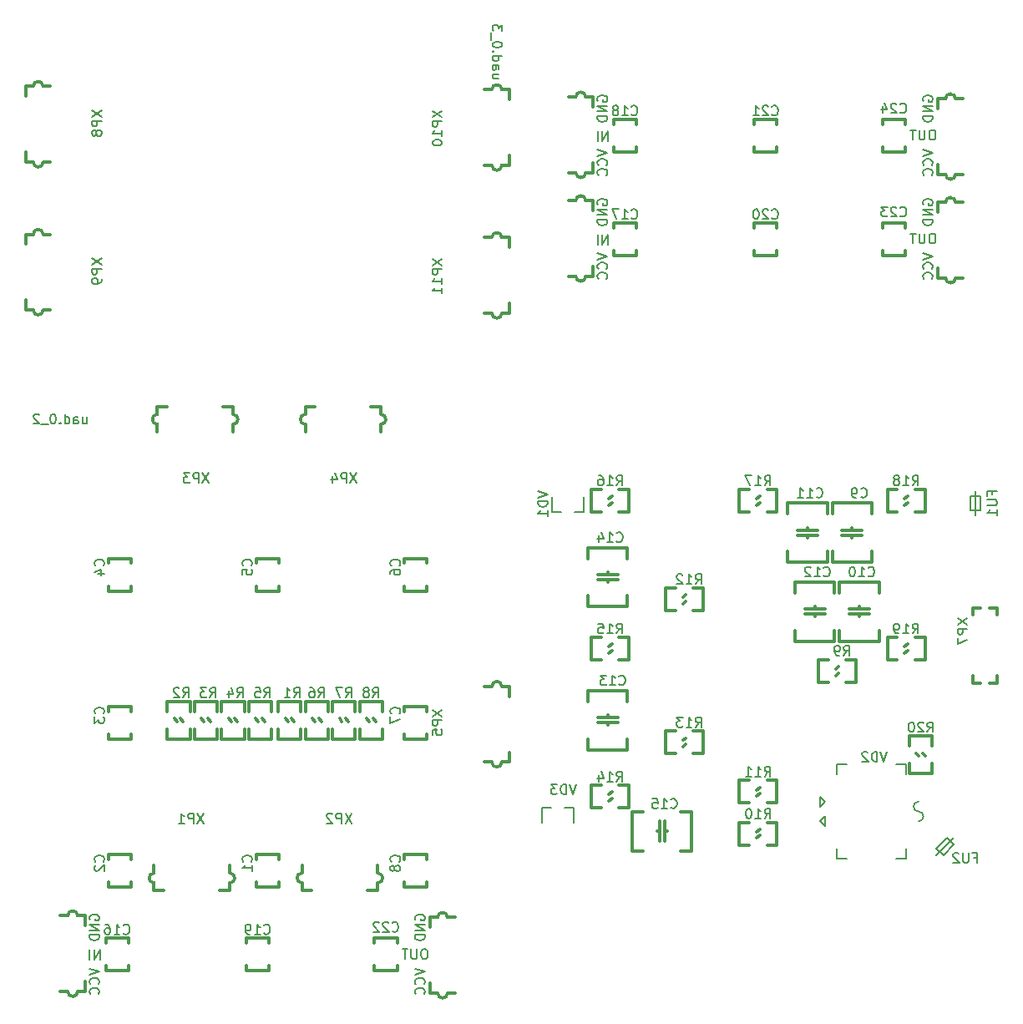
<source format=gbr>
G04 #@! TF.GenerationSoftware,KiCad,Pcbnew,(5.0.0-3-g5ebb6b6)*
G04 #@! TF.CreationDate,2019-01-04T11:31:46+03:00*
G04 #@! TF.ProjectId,uad,7561642E6B696361645F706362000000,rev?*
G04 #@! TF.SameCoordinates,Original*
G04 #@! TF.FileFunction,Legend,Bot*
G04 #@! TF.FilePolarity,Positive*
%FSLAX46Y46*%
G04 Gerber Fmt 4.6, Leading zero omitted, Abs format (unit mm)*
G04 Created by KiCad (PCBNEW (5.0.0-3-g5ebb6b6)) date *
%MOMM*%
%LPD*%
G01*
G04 APERTURE LIST*
%ADD10C,0.200000*%
%ADD11C,0.300000*%
%ADD12C,0.150000*%
G04 APERTURE END LIST*
D10*
X118714284Y-54261904D02*
X118047618Y-54261904D01*
X118714284Y-54690476D02*
X118190475Y-54690476D01*
X118095237Y-54642857D01*
X118047618Y-54547619D01*
X118047618Y-54404761D01*
X118095237Y-54309523D01*
X118142856Y-54261904D01*
X118047618Y-53357142D02*
X118571427Y-53357142D01*
X118666665Y-53404761D01*
X118714284Y-53500000D01*
X118714284Y-53690476D01*
X118666665Y-53785714D01*
X118095237Y-53357142D02*
X118047618Y-53452380D01*
X118047618Y-53690476D01*
X118095237Y-53785714D01*
X118190475Y-53833333D01*
X118285713Y-53833333D01*
X118380951Y-53785714D01*
X118428570Y-53690476D01*
X118428570Y-53452380D01*
X118476189Y-53357142D01*
X118047618Y-52452380D02*
X119047618Y-52452380D01*
X118095237Y-52452380D02*
X118047618Y-52547619D01*
X118047618Y-52738095D01*
X118095237Y-52833333D01*
X118142856Y-52880952D01*
X118238094Y-52928571D01*
X118523808Y-52928571D01*
X118619046Y-52880952D01*
X118666665Y-52833333D01*
X118714284Y-52738095D01*
X118714284Y-52547619D01*
X118666665Y-52452380D01*
X118142856Y-51976190D02*
X118095237Y-51928571D01*
X118047618Y-51976190D01*
X118095237Y-52023809D01*
X118142856Y-51976190D01*
X118047618Y-51976190D01*
X119047618Y-51309523D02*
X119047618Y-51214285D01*
X118999999Y-51119047D01*
X118952379Y-51071428D01*
X118857141Y-51023809D01*
X118666665Y-50976190D01*
X118428570Y-50976190D01*
X118238094Y-51023809D01*
X118142856Y-51071428D01*
X118095237Y-51119047D01*
X118047618Y-51214285D01*
X118047618Y-51309523D01*
X118095237Y-51404761D01*
X118142856Y-51452380D01*
X118238094Y-51500000D01*
X118428570Y-51547619D01*
X118666665Y-51547619D01*
X118857141Y-51500000D01*
X118952379Y-51452380D01*
X118999999Y-51404761D01*
X119047618Y-51309523D01*
X117952379Y-50785714D02*
X117952379Y-50023809D01*
X119047618Y-49880952D02*
X119047618Y-49261904D01*
X118666665Y-49595238D01*
X118666665Y-49452380D01*
X118619046Y-49357142D01*
X118571427Y-49309523D01*
X118476189Y-49261904D01*
X118238094Y-49261904D01*
X118142856Y-49309523D01*
X118095237Y-49357142D01*
X118047618Y-49452380D01*
X118047618Y-49738095D01*
X118095237Y-49833333D01*
X118142856Y-49880952D01*
X76511904Y-89035714D02*
X76511904Y-89702380D01*
X76940476Y-89035714D02*
X76940476Y-89559523D01*
X76892857Y-89654761D01*
X76797619Y-89702380D01*
X76654761Y-89702380D01*
X76559523Y-89654761D01*
X76511904Y-89607142D01*
X75607142Y-89702380D02*
X75607142Y-89178571D01*
X75654761Y-89083333D01*
X75750000Y-89035714D01*
X75940476Y-89035714D01*
X76035714Y-89083333D01*
X75607142Y-89654761D02*
X75702380Y-89702380D01*
X75940476Y-89702380D01*
X76035714Y-89654761D01*
X76083333Y-89559523D01*
X76083333Y-89464285D01*
X76035714Y-89369047D01*
X75940476Y-89321428D01*
X75702380Y-89321428D01*
X75607142Y-89273809D01*
X74702380Y-89702380D02*
X74702380Y-88702380D01*
X74702380Y-89654761D02*
X74797619Y-89702380D01*
X74988095Y-89702380D01*
X75083333Y-89654761D01*
X75130952Y-89607142D01*
X75178571Y-89511904D01*
X75178571Y-89226190D01*
X75130952Y-89130952D01*
X75083333Y-89083333D01*
X74988095Y-89035714D01*
X74797619Y-89035714D01*
X74702380Y-89083333D01*
X74226190Y-89607142D02*
X74178571Y-89654761D01*
X74226190Y-89702380D01*
X74273809Y-89654761D01*
X74226190Y-89607142D01*
X74226190Y-89702380D01*
X73559523Y-88702380D02*
X73464285Y-88702380D01*
X73369047Y-88750000D01*
X73321428Y-88797619D01*
X73273809Y-88892857D01*
X73226190Y-89083333D01*
X73226190Y-89321428D01*
X73273809Y-89511904D01*
X73321428Y-89607142D01*
X73369047Y-89654761D01*
X73464285Y-89702380D01*
X73559523Y-89702380D01*
X73654761Y-89654761D01*
X73702380Y-89607142D01*
X73750000Y-89511904D01*
X73797619Y-89321428D01*
X73797619Y-89083333D01*
X73750000Y-88892857D01*
X73702380Y-88797619D01*
X73654761Y-88750000D01*
X73559523Y-88702380D01*
X73035714Y-89797619D02*
X72273809Y-89797619D01*
X72083333Y-88797619D02*
X72035714Y-88750000D01*
X71940476Y-88702380D01*
X71702380Y-88702380D01*
X71607142Y-88750000D01*
X71559523Y-88797619D01*
X71511904Y-88892857D01*
X71511904Y-88988095D01*
X71559523Y-89130952D01*
X72130952Y-89702380D01*
X71511904Y-89702380D01*
X128702380Y-72416666D02*
X129702380Y-72750000D01*
X128702380Y-73083333D01*
X129607142Y-73988095D02*
X129654761Y-73940476D01*
X129702380Y-73797619D01*
X129702380Y-73702380D01*
X129654761Y-73559523D01*
X129559523Y-73464285D01*
X129464285Y-73416666D01*
X129273809Y-73369047D01*
X129130952Y-73369047D01*
X128940476Y-73416666D01*
X128845238Y-73464285D01*
X128750000Y-73559523D01*
X128702380Y-73702380D01*
X128702380Y-73797619D01*
X128750000Y-73940476D01*
X128797619Y-73988095D01*
X129607142Y-74988095D02*
X129654761Y-74940476D01*
X129702380Y-74797619D01*
X129702380Y-74702380D01*
X129654761Y-74559523D01*
X129559523Y-74464285D01*
X129464285Y-74416666D01*
X129273809Y-74369047D01*
X129130952Y-74369047D01*
X128940476Y-74416666D01*
X128845238Y-74464285D01*
X128750000Y-74559523D01*
X128702380Y-74702380D01*
X128702380Y-74797619D01*
X128750000Y-74940476D01*
X128797619Y-74988095D01*
X128750000Y-67488095D02*
X128702380Y-67392857D01*
X128702380Y-67250000D01*
X128750000Y-67107142D01*
X128845238Y-67011904D01*
X128940476Y-66964285D01*
X129130952Y-66916666D01*
X129273809Y-66916666D01*
X129464285Y-66964285D01*
X129559523Y-67011904D01*
X129654761Y-67107142D01*
X129702380Y-67250000D01*
X129702380Y-67345238D01*
X129654761Y-67488095D01*
X129607142Y-67535714D01*
X129273809Y-67535714D01*
X129273809Y-67345238D01*
X129702380Y-67964285D02*
X128702380Y-67964285D01*
X129702380Y-68535714D01*
X128702380Y-68535714D01*
X129702380Y-69011904D02*
X128702380Y-69011904D01*
X128702380Y-69250000D01*
X128750000Y-69392857D01*
X128845238Y-69488095D01*
X128940476Y-69535714D01*
X129130952Y-69583333D01*
X129273809Y-69583333D01*
X129464285Y-69535714D01*
X129559523Y-69488095D01*
X129654761Y-69392857D01*
X129702380Y-69250000D01*
X129702380Y-69011904D01*
X128726190Y-70547619D02*
X128726190Y-71547619D01*
X129202380Y-70547619D02*
X129202380Y-71547619D01*
X129773809Y-70547619D01*
X129773809Y-71547619D01*
X128702380Y-61916666D02*
X129702380Y-62250000D01*
X128702380Y-62583333D01*
X129607142Y-63488095D02*
X129654761Y-63440476D01*
X129702380Y-63297619D01*
X129702380Y-63202380D01*
X129654761Y-63059523D01*
X129559523Y-62964285D01*
X129464285Y-62916666D01*
X129273809Y-62869047D01*
X129130952Y-62869047D01*
X128940476Y-62916666D01*
X128845238Y-62964285D01*
X128750000Y-63059523D01*
X128702380Y-63202380D01*
X128702380Y-63297619D01*
X128750000Y-63440476D01*
X128797619Y-63488095D01*
X129607142Y-64488095D02*
X129654761Y-64440476D01*
X129702380Y-64297619D01*
X129702380Y-64202380D01*
X129654761Y-64059523D01*
X129559523Y-63964285D01*
X129464285Y-63916666D01*
X129273809Y-63869047D01*
X129130952Y-63869047D01*
X128940476Y-63916666D01*
X128845238Y-63964285D01*
X128750000Y-64059523D01*
X128702380Y-64202380D01*
X128702380Y-64297619D01*
X128750000Y-64440476D01*
X128797619Y-64488095D01*
X128750000Y-56988095D02*
X128702380Y-56892857D01*
X128702380Y-56750000D01*
X128750000Y-56607142D01*
X128845238Y-56511904D01*
X128940476Y-56464285D01*
X129130952Y-56416666D01*
X129273809Y-56416666D01*
X129464285Y-56464285D01*
X129559523Y-56511904D01*
X129654761Y-56607142D01*
X129702380Y-56750000D01*
X129702380Y-56845238D01*
X129654761Y-56988095D01*
X129607142Y-57035714D01*
X129273809Y-57035714D01*
X129273809Y-56845238D01*
X129702380Y-57464285D02*
X128702380Y-57464285D01*
X129702380Y-58035714D01*
X128702380Y-58035714D01*
X129702380Y-58511904D02*
X128702380Y-58511904D01*
X128702380Y-58750000D01*
X128750000Y-58892857D01*
X128845238Y-58988095D01*
X128940476Y-59035714D01*
X129130952Y-59083333D01*
X129273809Y-59083333D01*
X129464285Y-59035714D01*
X129559523Y-58988095D01*
X129654761Y-58892857D01*
X129702380Y-58750000D01*
X129702380Y-58511904D01*
X128726190Y-60047619D02*
X128726190Y-61047619D01*
X129202380Y-60047619D02*
X129202380Y-61047619D01*
X129773809Y-60047619D01*
X129773809Y-61047619D01*
X162750000Y-59912380D02*
X162559523Y-59912380D01*
X162464285Y-59960000D01*
X162369047Y-60055238D01*
X162321428Y-60245714D01*
X162321428Y-60579047D01*
X162369047Y-60769523D01*
X162464285Y-60864761D01*
X162559523Y-60912380D01*
X162750000Y-60912380D01*
X162845238Y-60864761D01*
X162940476Y-60769523D01*
X162988095Y-60579047D01*
X162988095Y-60245714D01*
X162940476Y-60055238D01*
X162845238Y-59960000D01*
X162750000Y-59912380D01*
X161892857Y-59912380D02*
X161892857Y-60721904D01*
X161845238Y-60817142D01*
X161797619Y-60864761D01*
X161702380Y-60912380D01*
X161511904Y-60912380D01*
X161416666Y-60864761D01*
X161369047Y-60817142D01*
X161321428Y-60721904D01*
X161321428Y-59912380D01*
X160988095Y-59912380D02*
X160416666Y-59912380D01*
X160702380Y-60912380D02*
X160702380Y-59912380D01*
X162750000Y-70412380D02*
X162559523Y-70412380D01*
X162464285Y-70460000D01*
X162369047Y-70555238D01*
X162321428Y-70745714D01*
X162321428Y-71079047D01*
X162369047Y-71269523D01*
X162464285Y-71364761D01*
X162559523Y-71412380D01*
X162750000Y-71412380D01*
X162845238Y-71364761D01*
X162940476Y-71269523D01*
X162988095Y-71079047D01*
X162988095Y-70745714D01*
X162940476Y-70555238D01*
X162845238Y-70460000D01*
X162750000Y-70412380D01*
X161892857Y-70412380D02*
X161892857Y-71221904D01*
X161845238Y-71317142D01*
X161797619Y-71364761D01*
X161702380Y-71412380D01*
X161511904Y-71412380D01*
X161416666Y-71364761D01*
X161369047Y-71317142D01*
X161321428Y-71221904D01*
X161321428Y-70412380D01*
X160988095Y-70412380D02*
X160416666Y-70412380D01*
X160702380Y-71412380D02*
X160702380Y-70412380D01*
X161750000Y-56988095D02*
X161702380Y-56892857D01*
X161702380Y-56750000D01*
X161750000Y-56607142D01*
X161845238Y-56511904D01*
X161940476Y-56464285D01*
X162130952Y-56416666D01*
X162273809Y-56416666D01*
X162464285Y-56464285D01*
X162559523Y-56511904D01*
X162654761Y-56607142D01*
X162702380Y-56750000D01*
X162702380Y-56845238D01*
X162654761Y-56988095D01*
X162607142Y-57035714D01*
X162273809Y-57035714D01*
X162273809Y-56845238D01*
X162702380Y-57464285D02*
X161702380Y-57464285D01*
X162702380Y-58035714D01*
X161702380Y-58035714D01*
X162702380Y-58511904D02*
X161702380Y-58511904D01*
X161702380Y-58750000D01*
X161750000Y-58892857D01*
X161845238Y-58988095D01*
X161940476Y-59035714D01*
X162130952Y-59083333D01*
X162273809Y-59083333D01*
X162464285Y-59035714D01*
X162559523Y-58988095D01*
X162654761Y-58892857D01*
X162702380Y-58750000D01*
X162702380Y-58511904D01*
X161702380Y-61916666D02*
X162702380Y-62250000D01*
X161702380Y-62583333D01*
X162607142Y-63488095D02*
X162654761Y-63440476D01*
X162702380Y-63297619D01*
X162702380Y-63202380D01*
X162654761Y-63059523D01*
X162559523Y-62964285D01*
X162464285Y-62916666D01*
X162273809Y-62869047D01*
X162130952Y-62869047D01*
X161940476Y-62916666D01*
X161845238Y-62964285D01*
X161750000Y-63059523D01*
X161702380Y-63202380D01*
X161702380Y-63297619D01*
X161750000Y-63440476D01*
X161797619Y-63488095D01*
X162607142Y-64488095D02*
X162654761Y-64440476D01*
X162702380Y-64297619D01*
X162702380Y-64202380D01*
X162654761Y-64059523D01*
X162559523Y-63964285D01*
X162464285Y-63916666D01*
X162273809Y-63869047D01*
X162130952Y-63869047D01*
X161940476Y-63916666D01*
X161845238Y-63964285D01*
X161750000Y-64059523D01*
X161702380Y-64202380D01*
X161702380Y-64297619D01*
X161750000Y-64440476D01*
X161797619Y-64488095D01*
X161750000Y-67488095D02*
X161702380Y-67392857D01*
X161702380Y-67250000D01*
X161750000Y-67107142D01*
X161845238Y-67011904D01*
X161940476Y-66964285D01*
X162130952Y-66916666D01*
X162273809Y-66916666D01*
X162464285Y-66964285D01*
X162559523Y-67011904D01*
X162654761Y-67107142D01*
X162702380Y-67250000D01*
X162702380Y-67345238D01*
X162654761Y-67488095D01*
X162607142Y-67535714D01*
X162273809Y-67535714D01*
X162273809Y-67345238D01*
X162702380Y-67964285D02*
X161702380Y-67964285D01*
X162702380Y-68535714D01*
X161702380Y-68535714D01*
X162702380Y-69011904D02*
X161702380Y-69011904D01*
X161702380Y-69250000D01*
X161750000Y-69392857D01*
X161845238Y-69488095D01*
X161940476Y-69535714D01*
X162130952Y-69583333D01*
X162273809Y-69583333D01*
X162464285Y-69535714D01*
X162559523Y-69488095D01*
X162654761Y-69392857D01*
X162702380Y-69250000D01*
X162702380Y-69011904D01*
X161702380Y-72416666D02*
X162702380Y-72750000D01*
X161702380Y-73083333D01*
X162607142Y-73988095D02*
X162654761Y-73940476D01*
X162702380Y-73797619D01*
X162702380Y-73702380D01*
X162654761Y-73559523D01*
X162559523Y-73464285D01*
X162464285Y-73416666D01*
X162273809Y-73369047D01*
X162130952Y-73369047D01*
X161940476Y-73416666D01*
X161845238Y-73464285D01*
X161750000Y-73559523D01*
X161702380Y-73702380D01*
X161702380Y-73797619D01*
X161750000Y-73940476D01*
X161797619Y-73988095D01*
X162607142Y-74988095D02*
X162654761Y-74940476D01*
X162702380Y-74797619D01*
X162702380Y-74702380D01*
X162654761Y-74559523D01*
X162559523Y-74464285D01*
X162464285Y-74416666D01*
X162273809Y-74369047D01*
X162130952Y-74369047D01*
X161940476Y-74416666D01*
X161845238Y-74464285D01*
X161750000Y-74559523D01*
X161702380Y-74702380D01*
X161702380Y-74797619D01*
X161750000Y-74940476D01*
X161797619Y-74988095D01*
X110250000Y-139988095D02*
X110202380Y-139892857D01*
X110202380Y-139750000D01*
X110250000Y-139607142D01*
X110345238Y-139511904D01*
X110440476Y-139464285D01*
X110630952Y-139416666D01*
X110773809Y-139416666D01*
X110964285Y-139464285D01*
X111059523Y-139511904D01*
X111154761Y-139607142D01*
X111202380Y-139750000D01*
X111202380Y-139845238D01*
X111154761Y-139988095D01*
X111107142Y-140035714D01*
X110773809Y-140035714D01*
X110773809Y-139845238D01*
X111202380Y-140464285D02*
X110202380Y-140464285D01*
X111202380Y-141035714D01*
X110202380Y-141035714D01*
X111202380Y-141511904D02*
X110202380Y-141511904D01*
X110202380Y-141750000D01*
X110250000Y-141892857D01*
X110345238Y-141988095D01*
X110440476Y-142035714D01*
X110630952Y-142083333D01*
X110773809Y-142083333D01*
X110964285Y-142035714D01*
X111059523Y-141988095D01*
X111154761Y-141892857D01*
X111202380Y-141750000D01*
X111202380Y-141511904D01*
X110202380Y-144916666D02*
X111202380Y-145250000D01*
X110202380Y-145583333D01*
X111107142Y-146488095D02*
X111154761Y-146440476D01*
X111202380Y-146297619D01*
X111202380Y-146202380D01*
X111154761Y-146059523D01*
X111059523Y-145964285D01*
X110964285Y-145916666D01*
X110773809Y-145869047D01*
X110630952Y-145869047D01*
X110440476Y-145916666D01*
X110345238Y-145964285D01*
X110250000Y-146059523D01*
X110202380Y-146202380D01*
X110202380Y-146297619D01*
X110250000Y-146440476D01*
X110297619Y-146488095D01*
X111107142Y-147488095D02*
X111154761Y-147440476D01*
X111202380Y-147297619D01*
X111202380Y-147202380D01*
X111154761Y-147059523D01*
X111059523Y-146964285D01*
X110964285Y-146916666D01*
X110773809Y-146869047D01*
X110630952Y-146869047D01*
X110440476Y-146916666D01*
X110345238Y-146964285D01*
X110250000Y-147059523D01*
X110202380Y-147202380D01*
X110202380Y-147297619D01*
X110250000Y-147440476D01*
X110297619Y-147488095D01*
X77250000Y-139988095D02*
X77202380Y-139892857D01*
X77202380Y-139750000D01*
X77250000Y-139607142D01*
X77345238Y-139511904D01*
X77440476Y-139464285D01*
X77630952Y-139416666D01*
X77773809Y-139416666D01*
X77964285Y-139464285D01*
X78059523Y-139511904D01*
X78154761Y-139607142D01*
X78202380Y-139750000D01*
X78202380Y-139845238D01*
X78154761Y-139988095D01*
X78107142Y-140035714D01*
X77773809Y-140035714D01*
X77773809Y-139845238D01*
X78202380Y-140464285D02*
X77202380Y-140464285D01*
X78202380Y-141035714D01*
X77202380Y-141035714D01*
X78202380Y-141511904D02*
X77202380Y-141511904D01*
X77202380Y-141750000D01*
X77250000Y-141892857D01*
X77345238Y-141988095D01*
X77440476Y-142035714D01*
X77630952Y-142083333D01*
X77773809Y-142083333D01*
X77964285Y-142035714D01*
X78059523Y-141988095D01*
X78154761Y-141892857D01*
X78202380Y-141750000D01*
X78202380Y-141511904D01*
X111250000Y-142952380D02*
X111059523Y-142952380D01*
X110964285Y-143000000D01*
X110869047Y-143095238D01*
X110821428Y-143285714D01*
X110821428Y-143619047D01*
X110869047Y-143809523D01*
X110964285Y-143904761D01*
X111059523Y-143952380D01*
X111250000Y-143952380D01*
X111345238Y-143904761D01*
X111440476Y-143809523D01*
X111488095Y-143619047D01*
X111488095Y-143285714D01*
X111440476Y-143095238D01*
X111345238Y-143000000D01*
X111250000Y-142952380D01*
X110392857Y-142952380D02*
X110392857Y-143761904D01*
X110345238Y-143857142D01*
X110297619Y-143904761D01*
X110202380Y-143952380D01*
X110011904Y-143952380D01*
X109916666Y-143904761D01*
X109869047Y-143857142D01*
X109821428Y-143761904D01*
X109821428Y-142952380D01*
X109488095Y-142952380D02*
X108916666Y-142952380D01*
X109202380Y-143952380D02*
X109202380Y-142952380D01*
X77226190Y-143047619D02*
X77226190Y-144047619D01*
X77702380Y-143047619D02*
X77702380Y-144047619D01*
X78273809Y-143047619D01*
X78273809Y-144047619D01*
X77202380Y-144916666D02*
X78202380Y-145250000D01*
X77202380Y-145583333D01*
X78107142Y-146488095D02*
X78154761Y-146440476D01*
X78202380Y-146297619D01*
X78202380Y-146202380D01*
X78154761Y-146059523D01*
X78059523Y-145964285D01*
X77964285Y-145916666D01*
X77773809Y-145869047D01*
X77630952Y-145869047D01*
X77440476Y-145916666D01*
X77345238Y-145964285D01*
X77250000Y-146059523D01*
X77202380Y-146202380D01*
X77202380Y-146297619D01*
X77250000Y-146440476D01*
X77297619Y-146488095D01*
X78107142Y-147488095D02*
X78154761Y-147440476D01*
X78202380Y-147297619D01*
X78202380Y-147202380D01*
X78154761Y-147059523D01*
X78059523Y-146964285D01*
X77964285Y-146916666D01*
X77773809Y-146869047D01*
X77630952Y-146869047D01*
X77440476Y-146916666D01*
X77345238Y-146964285D01*
X77250000Y-147059523D01*
X77202380Y-147202380D01*
X77202380Y-147297619D01*
X77250000Y-147440476D01*
X77297619Y-147488095D01*
D11*
G04 #@! TO.C,C19*
X93550000Y-145150000D02*
X94950000Y-145150000D01*
X93550000Y-141850000D02*
X94950000Y-141850000D01*
X93100000Y-141850000D02*
X93100000Y-142350000D01*
X93100000Y-141850000D02*
X93600000Y-141850000D01*
X95400000Y-141850000D02*
X95400000Y-142350000D01*
X95400000Y-141850000D02*
X94900000Y-141850000D01*
X93100000Y-145150000D02*
X93600000Y-145150000D01*
X93100000Y-145150000D02*
X93100000Y-144650000D01*
X95400000Y-145150000D02*
X95400000Y-144650000D01*
X95400000Y-145150000D02*
X95000000Y-145150000D01*
G04 #@! TO.C,XP15*
X111750000Y-139750000D02*
X111750000Y-140750000D01*
X113500000Y-139750000D02*
G75*
G03X112500000Y-139750000I-500000J0D01*
G01*
X111750000Y-139750000D02*
X112500000Y-139750000D01*
X113500000Y-139750000D02*
X114250000Y-139750000D01*
X113500000Y-147423284D02*
X114250000Y-147423284D01*
X111750000Y-147423284D02*
X111750000Y-146423284D01*
X111750000Y-147423284D02*
X112500000Y-147423284D01*
X113500000Y-147423284D02*
G75*
G02X112500000Y-147423284I-500000J0D01*
G01*
G04 #@! TO.C,XP12*
X75000000Y-139576716D02*
G75*
G02X76000000Y-139576716I500000J0D01*
G01*
X76750000Y-139576716D02*
X76000000Y-139576716D01*
X76750000Y-139576716D02*
X76750000Y-140576716D01*
X75000000Y-139576716D02*
X74250000Y-139576716D01*
X75000000Y-147250000D02*
X74250000Y-147250000D01*
X76750000Y-147250000D02*
X76000000Y-147250000D01*
X75000000Y-147250000D02*
G75*
G03X76000000Y-147250000I500000J0D01*
G01*
X76750000Y-147250000D02*
X76750000Y-146250000D01*
G04 #@! TO.C,C22*
X108400000Y-145150000D02*
X108000000Y-145150000D01*
X108400000Y-145150000D02*
X108400000Y-144650000D01*
X106100000Y-145150000D02*
X106100000Y-144650000D01*
X106100000Y-145150000D02*
X106600000Y-145150000D01*
X108400000Y-141850000D02*
X107900000Y-141850000D01*
X108400000Y-141850000D02*
X108400000Y-142350000D01*
X106100000Y-141850000D02*
X106600000Y-141850000D01*
X106100000Y-141850000D02*
X106100000Y-142350000D01*
X106550000Y-141850000D02*
X107950000Y-141850000D01*
X106550000Y-145150000D02*
X107950000Y-145150000D01*
G04 #@! TO.C,C16*
X81150000Y-145150000D02*
X80750000Y-145150000D01*
X81150000Y-145150000D02*
X81150000Y-144650000D01*
X78850000Y-145150000D02*
X78850000Y-144650000D01*
X78850000Y-145150000D02*
X79350000Y-145150000D01*
X81150000Y-141850000D02*
X80650000Y-141850000D01*
X81150000Y-141850000D02*
X81150000Y-142350000D01*
X78850000Y-141850000D02*
X79350000Y-141850000D01*
X78850000Y-141850000D02*
X78850000Y-142350000D01*
X79300000Y-141850000D02*
X80700000Y-141850000D01*
X79300000Y-145150000D02*
X80700000Y-145150000D01*
G04 #@! TO.C,C21*
X145050000Y-62150000D02*
X146450000Y-62150000D01*
X145050000Y-58850000D02*
X146450000Y-58850000D01*
X144600000Y-58850000D02*
X144600000Y-59350000D01*
X144600000Y-58850000D02*
X145100000Y-58850000D01*
X146900000Y-58850000D02*
X146900000Y-59350000D01*
X146900000Y-58850000D02*
X146400000Y-58850000D01*
X144600000Y-62150000D02*
X145100000Y-62150000D01*
X144600000Y-62150000D02*
X144600000Y-61650000D01*
X146900000Y-62150000D02*
X146900000Y-61650000D01*
X146900000Y-62150000D02*
X146500000Y-62150000D01*
G04 #@! TO.C,XP17*
X163250000Y-56750000D02*
X163250000Y-57750000D01*
X165000000Y-56750000D02*
G75*
G03X164000000Y-56750000I-500000J0D01*
G01*
X163250000Y-56750000D02*
X164000000Y-56750000D01*
X165000000Y-56750000D02*
X165750000Y-56750000D01*
X165000000Y-64423284D02*
X165750000Y-64423284D01*
X163250000Y-64423284D02*
X163250000Y-63423284D01*
X163250000Y-64423284D02*
X164000000Y-64423284D01*
X165000000Y-64423284D02*
G75*
G02X164000000Y-64423284I-500000J0D01*
G01*
G04 #@! TO.C,XP14*
X126500000Y-56576716D02*
G75*
G02X127500000Y-56576716I500000J0D01*
G01*
X128250000Y-56576716D02*
X127500000Y-56576716D01*
X128250000Y-56576716D02*
X128250000Y-57576716D01*
X126500000Y-56576716D02*
X125750000Y-56576716D01*
X126500000Y-64250000D02*
X125750000Y-64250000D01*
X128250000Y-64250000D02*
X127500000Y-64250000D01*
X126500000Y-64250000D02*
G75*
G03X127500000Y-64250000I500000J0D01*
G01*
X128250000Y-64250000D02*
X128250000Y-63250000D01*
G04 #@! TO.C,C24*
X159900000Y-62150000D02*
X159500000Y-62150000D01*
X159900000Y-62150000D02*
X159900000Y-61650000D01*
X157600000Y-62150000D02*
X157600000Y-61650000D01*
X157600000Y-62150000D02*
X158100000Y-62150000D01*
X159900000Y-58850000D02*
X159400000Y-58850000D01*
X159900000Y-58850000D02*
X159900000Y-59350000D01*
X157600000Y-58850000D02*
X158100000Y-58850000D01*
X157600000Y-58850000D02*
X157600000Y-59350000D01*
X158050000Y-58850000D02*
X159450000Y-58850000D01*
X158050000Y-62150000D02*
X159450000Y-62150000D01*
G04 #@! TO.C,C18*
X132650000Y-62150000D02*
X132250000Y-62150000D01*
X132650000Y-62150000D02*
X132650000Y-61650000D01*
X130350000Y-62150000D02*
X130350000Y-61650000D01*
X130350000Y-62150000D02*
X130850000Y-62150000D01*
X132650000Y-58850000D02*
X132150000Y-58850000D01*
X132650000Y-58850000D02*
X132650000Y-59350000D01*
X130350000Y-58850000D02*
X130850000Y-58850000D01*
X130350000Y-58850000D02*
X130350000Y-59350000D01*
X130800000Y-58850000D02*
X132200000Y-58850000D01*
X130800000Y-62150000D02*
X132200000Y-62150000D01*
G04 #@! TO.C,XP8*
X72500001Y-63173284D02*
G75*
G02X71500001Y-63173284I-500000J0D01*
G01*
X70750001Y-63173284D02*
X71500001Y-63173284D01*
X70750001Y-63173284D02*
X70750001Y-62173284D01*
X72500001Y-63173284D02*
X73250001Y-63173284D01*
X72500001Y-55500000D02*
X73250001Y-55500000D01*
X70750001Y-55500000D02*
X71500001Y-55500000D01*
X72500001Y-55500000D02*
G75*
G03X71500001Y-55500000I-500000J0D01*
G01*
X70750001Y-55500000D02*
X70750001Y-56500000D01*
G04 #@! TO.C,XP11*
X119750000Y-78499999D02*
X119750000Y-77499999D01*
X118000000Y-78499999D02*
G75*
G03X119000000Y-78499999I500000J0D01*
G01*
X119750000Y-78499999D02*
X119000000Y-78499999D01*
X118000000Y-78499999D02*
X117250000Y-78499999D01*
X118000000Y-70826715D02*
X117250000Y-70826715D01*
X119750000Y-70826715D02*
X119750000Y-71826715D01*
X119750000Y-70826715D02*
X119000000Y-70826715D01*
X118000000Y-70826715D02*
G75*
G02X119000000Y-70826715I500000J0D01*
G01*
G04 #@! TO.C,XP10*
X118000002Y-55826715D02*
G75*
G02X119000002Y-55826715I500000J0D01*
G01*
X119750002Y-55826715D02*
X119000002Y-55826715D01*
X119750002Y-55826715D02*
X119750002Y-56826715D01*
X118000002Y-55826715D02*
X117250002Y-55826715D01*
X118000002Y-63499999D02*
X117250002Y-63499999D01*
X119750002Y-63499999D02*
X119000002Y-63499999D01*
X118000002Y-63499999D02*
G75*
G03X119000002Y-63499999I500000J0D01*
G01*
X119750002Y-63499999D02*
X119750002Y-62499999D01*
G04 #@! TO.C,XP9*
X70750000Y-70500000D02*
X70750000Y-71500000D01*
X72500000Y-70500000D02*
G75*
G03X71500000Y-70500000I-500000J0D01*
G01*
X70750000Y-70500000D02*
X71500000Y-70500000D01*
X72500000Y-70500000D02*
X73250000Y-70500000D01*
X72500000Y-78173284D02*
X73250000Y-78173284D01*
X70750000Y-78173284D02*
X70750000Y-77173284D01*
X70750000Y-78173284D02*
X71500000Y-78173284D01*
X72500000Y-78173284D02*
G75*
G02X71500000Y-78173284I-500000J0D01*
G01*
G04 #@! TO.C,XP1*
X91423284Y-135250000D02*
G75*
G02X91423284Y-136250000I0J-500000D01*
G01*
X91423284Y-137000000D02*
X91423284Y-136250000D01*
X91423284Y-137000000D02*
X90423284Y-137000000D01*
X91423284Y-135250000D02*
X91423284Y-134500000D01*
X83750000Y-135250000D02*
X83750000Y-134500000D01*
X83750000Y-137000000D02*
X83750000Y-136250000D01*
X83750000Y-135250000D02*
G75*
G03X83750000Y-136250000I0J-500000D01*
G01*
X83750000Y-137000000D02*
X84750000Y-137000000D01*
G04 #@! TO.C,R15*
X130150000Y-112700000D02*
X129850000Y-112950000D01*
X130150000Y-112050000D02*
X129850000Y-112300000D01*
X131900000Y-113650000D02*
X131900000Y-111350000D01*
X128100000Y-111350000D02*
X128100000Y-113650000D01*
X131900000Y-113650000D02*
X130900000Y-113650000D01*
X128100000Y-113650000D02*
X129100000Y-113650000D01*
X128100000Y-111350000D02*
X129100000Y-111350000D01*
X131900000Y-111350000D02*
X130900000Y-111350000D01*
X128500000Y-113650000D02*
X129000000Y-113650000D01*
X131600000Y-113650000D02*
X131100000Y-113650000D01*
G04 #@! TO.C,C7*
X109100000Y-118350000D02*
X109500000Y-118350000D01*
X109100000Y-118350000D02*
X109100000Y-118850000D01*
X111400000Y-118350000D02*
X111400000Y-118850000D01*
X111400000Y-118350000D02*
X110900000Y-118350000D01*
X109100000Y-121650000D02*
X109600000Y-121650000D01*
X109100000Y-121650000D02*
X109100000Y-121150000D01*
X111400000Y-121650000D02*
X110900000Y-121650000D01*
X111400000Y-121650000D02*
X111400000Y-121150000D01*
X110950000Y-121650000D02*
X109550000Y-121650000D01*
X110950000Y-118350000D02*
X109550000Y-118350000D01*
G04 #@! TO.C,R9*
X153150000Y-114950000D02*
X152850000Y-115200000D01*
X153150000Y-114300000D02*
X152850000Y-114550000D01*
X154900000Y-115900000D02*
X154900000Y-113600000D01*
X151100000Y-113600000D02*
X151100000Y-115900000D01*
X154900000Y-115900000D02*
X153900000Y-115900000D01*
X151100000Y-115900000D02*
X152100000Y-115900000D01*
X151100000Y-113600000D02*
X152100000Y-113600000D01*
X154900000Y-113600000D02*
X153900000Y-113600000D01*
X151500000Y-115900000D02*
X152000000Y-115900000D01*
X154600000Y-115900000D02*
X154100000Y-115900000D01*
G04 #@! TO.C,R10*
X145150000Y-131450000D02*
X144850000Y-131700000D01*
X145150000Y-130800000D02*
X144850000Y-131050000D01*
X146900000Y-132400000D02*
X146900000Y-130100000D01*
X143100000Y-130100000D02*
X143100000Y-132400000D01*
X146900000Y-132400000D02*
X145900000Y-132400000D01*
X143100000Y-132400000D02*
X144100000Y-132400000D01*
X143100000Y-130100000D02*
X144100000Y-130100000D01*
X146900000Y-130100000D02*
X145900000Y-130100000D01*
X143500000Y-132400000D02*
X144000000Y-132400000D01*
X146600000Y-132400000D02*
X146100000Y-132400000D01*
G04 #@! TO.C,C1*
X95950000Y-133350000D02*
X94550000Y-133350000D01*
X95950000Y-136650000D02*
X94550000Y-136650000D01*
X96400000Y-136650000D02*
X96400000Y-136150000D01*
X96400000Y-136650000D02*
X95900000Y-136650000D01*
X94100000Y-136650000D02*
X94100000Y-136150000D01*
X94100000Y-136650000D02*
X94600000Y-136650000D01*
X96400000Y-133350000D02*
X95900000Y-133350000D01*
X96400000Y-133350000D02*
X96400000Y-133850000D01*
X94100000Y-133350000D02*
X94100000Y-133850000D01*
X94100000Y-133350000D02*
X94500000Y-133350000D01*
G04 #@! TO.C,C2*
X79100000Y-133350000D02*
X79500000Y-133350000D01*
X79100000Y-133350000D02*
X79100000Y-133850000D01*
X81400000Y-133350000D02*
X81400000Y-133850000D01*
X81400000Y-133350000D02*
X80900000Y-133350000D01*
X79100000Y-136650000D02*
X79600000Y-136650000D01*
X79100000Y-136650000D02*
X79100000Y-136150000D01*
X81400000Y-136650000D02*
X80900000Y-136650000D01*
X81400000Y-136650000D02*
X81400000Y-136150000D01*
X80950000Y-136650000D02*
X79550000Y-136650000D01*
X80950000Y-133350000D02*
X79550000Y-133350000D01*
G04 #@! TO.C,C3*
X80950000Y-118350000D02*
X79550000Y-118350000D01*
X80950000Y-121650000D02*
X79550000Y-121650000D01*
X81400000Y-121650000D02*
X81400000Y-121150000D01*
X81400000Y-121650000D02*
X80900000Y-121650000D01*
X79100000Y-121650000D02*
X79100000Y-121150000D01*
X79100000Y-121650000D02*
X79600000Y-121650000D01*
X81400000Y-118350000D02*
X80900000Y-118350000D01*
X81400000Y-118350000D02*
X81400000Y-118850000D01*
X79100000Y-118350000D02*
X79100000Y-118850000D01*
X79100000Y-118350000D02*
X79500000Y-118350000D01*
G04 #@! TO.C,C4*
X79100000Y-103350000D02*
X79500000Y-103350000D01*
X79100000Y-103350000D02*
X79100000Y-103850000D01*
X81400000Y-103350000D02*
X81400000Y-103850000D01*
X81400000Y-103350000D02*
X80900000Y-103350000D01*
X79100000Y-106650000D02*
X79600000Y-106650000D01*
X79100000Y-106650000D02*
X79100000Y-106150000D01*
X81400000Y-106650000D02*
X80900000Y-106650000D01*
X81400000Y-106650000D02*
X81400000Y-106150000D01*
X80950000Y-106650000D02*
X79550000Y-106650000D01*
X80950000Y-103350000D02*
X79550000Y-103350000D01*
G04 #@! TO.C,C5*
X95950000Y-103350000D02*
X94550000Y-103350000D01*
X95950000Y-106650000D02*
X94550000Y-106650000D01*
X96400000Y-106650000D02*
X96400000Y-106150000D01*
X96400000Y-106650000D02*
X95900000Y-106650000D01*
X94100000Y-106650000D02*
X94100000Y-106150000D01*
X94100000Y-106650000D02*
X94600000Y-106650000D01*
X96400000Y-103350000D02*
X95900000Y-103350000D01*
X96400000Y-103350000D02*
X96400000Y-103850000D01*
X94100000Y-103350000D02*
X94100000Y-103850000D01*
X94100000Y-103350000D02*
X94500000Y-103350000D01*
G04 #@! TO.C,C6*
X109100000Y-103350000D02*
X109500000Y-103350000D01*
X109100000Y-103350000D02*
X109100000Y-103850000D01*
X111400000Y-103350000D02*
X111400000Y-103850000D01*
X111400000Y-103350000D02*
X110900000Y-103350000D01*
X109100000Y-106650000D02*
X109600000Y-106650000D01*
X109100000Y-106650000D02*
X109100000Y-106150000D01*
X111400000Y-106650000D02*
X110900000Y-106650000D01*
X111400000Y-106650000D02*
X111400000Y-106150000D01*
X110950000Y-106650000D02*
X109550000Y-106650000D01*
X110950000Y-103350000D02*
X109550000Y-103350000D01*
G04 #@! TO.C,C8*
X109100000Y-133350000D02*
X109500000Y-133350000D01*
X109100000Y-133350000D02*
X109100000Y-133850000D01*
X111400000Y-133350000D02*
X111400000Y-133850000D01*
X111400000Y-133350000D02*
X110900000Y-133350000D01*
X109100000Y-136650000D02*
X109600000Y-136650000D01*
X109100000Y-136650000D02*
X109100000Y-136150000D01*
X111400000Y-136650000D02*
X110900000Y-136650000D01*
X111400000Y-136650000D02*
X111400000Y-136150000D01*
X110950000Y-136650000D02*
X109550000Y-136650000D01*
X110950000Y-133350000D02*
X109550000Y-133350000D01*
G04 #@! TO.C,C9*
X152500000Y-97750000D02*
X152500000Y-98850000D01*
X156500000Y-97750000D02*
X152500000Y-97750000D01*
X156500000Y-103750000D02*
X152500000Y-103750000D01*
X156500000Y-103750000D02*
X156500000Y-102650000D01*
X152500000Y-103750000D02*
X152500000Y-102650000D01*
X156500000Y-97750000D02*
X156500000Y-98850000D01*
X155500000Y-100500000D02*
X153500000Y-100500000D01*
X155500000Y-101000000D02*
X153500000Y-101000000D01*
X154500000Y-100500000D02*
X154500000Y-100250000D01*
X154500000Y-101000000D02*
X154500000Y-101250000D01*
G04 #@! TO.C,C10*
X155250000Y-109000000D02*
X155250000Y-109250000D01*
X155250000Y-108500000D02*
X155250000Y-108250000D01*
X156250000Y-109000000D02*
X154250000Y-109000000D01*
X156250000Y-108500000D02*
X154250000Y-108500000D01*
X157250000Y-105750000D02*
X157250000Y-106850000D01*
X153250000Y-111750000D02*
X153250000Y-110650000D01*
X157250000Y-111750000D02*
X157250000Y-110650000D01*
X157250000Y-111750000D02*
X153250000Y-111750000D01*
X157250000Y-105750000D02*
X153250000Y-105750000D01*
X153250000Y-105750000D02*
X153250000Y-106850000D01*
G04 #@! TO.C,C11*
X148000000Y-97750000D02*
X148000000Y-98850000D01*
X152000000Y-97750000D02*
X148000000Y-97750000D01*
X152000000Y-103750000D02*
X148000000Y-103750000D01*
X152000000Y-103750000D02*
X152000000Y-102650000D01*
X148000000Y-103750000D02*
X148000000Y-102650000D01*
X152000000Y-97750000D02*
X152000000Y-98850000D01*
X151000000Y-100500000D02*
X149000000Y-100500000D01*
X151000000Y-101000000D02*
X149000000Y-101000000D01*
X150000000Y-100500000D02*
X150000000Y-100250000D01*
X150000000Y-101000000D02*
X150000000Y-101250000D01*
G04 #@! TO.C,C12*
X150750000Y-109000000D02*
X150750000Y-109250000D01*
X150750000Y-108500000D02*
X150750000Y-108250000D01*
X151750000Y-109000000D02*
X149750000Y-109000000D01*
X151750000Y-108500000D02*
X149750000Y-108500000D01*
X152750000Y-105750000D02*
X152750000Y-106850000D01*
X148750000Y-111750000D02*
X148750000Y-110650000D01*
X152750000Y-111750000D02*
X152750000Y-110650000D01*
X152750000Y-111750000D02*
X148750000Y-111750000D01*
X152750000Y-105750000D02*
X148750000Y-105750000D01*
X148750000Y-105750000D02*
X148750000Y-106850000D01*
G04 #@! TO.C,R1*
X97300000Y-119900000D02*
X97050000Y-119600000D01*
X97950000Y-119900000D02*
X97700000Y-119600000D01*
X96350000Y-121650000D02*
X98650000Y-121650000D01*
X98650000Y-117850000D02*
X96350000Y-117850000D01*
X96350000Y-121650000D02*
X96350000Y-120650000D01*
X96350000Y-117850000D02*
X96350000Y-118850000D01*
X98650000Y-117850000D02*
X98650000Y-118850000D01*
X98650000Y-121650000D02*
X98650000Y-120650000D01*
X96350000Y-118250000D02*
X96350000Y-118750000D01*
X96350000Y-121350000D02*
X96350000Y-120850000D01*
G04 #@! TO.C,R2*
X85100000Y-121350000D02*
X85100000Y-120850000D01*
X85100000Y-118250000D02*
X85100000Y-118750000D01*
X87400000Y-121650000D02*
X87400000Y-120650000D01*
X87400000Y-117850000D02*
X87400000Y-118850000D01*
X85100000Y-117850000D02*
X85100000Y-118850000D01*
X85100000Y-121650000D02*
X85100000Y-120650000D01*
X87400000Y-117850000D02*
X85100000Y-117850000D01*
X85100000Y-121650000D02*
X87400000Y-121650000D01*
X86700000Y-119900000D02*
X86450000Y-119600000D01*
X86050000Y-119900000D02*
X85800000Y-119600000D01*
G04 #@! TO.C,R3*
X87850000Y-121350000D02*
X87850000Y-120850000D01*
X87850000Y-118250000D02*
X87850000Y-118750000D01*
X90150000Y-121650000D02*
X90150000Y-120650000D01*
X90150000Y-117850000D02*
X90150000Y-118850000D01*
X87850000Y-117850000D02*
X87850000Y-118850000D01*
X87850000Y-121650000D02*
X87850000Y-120650000D01*
X90150000Y-117850000D02*
X87850000Y-117850000D01*
X87850000Y-121650000D02*
X90150000Y-121650000D01*
X89450000Y-119900000D02*
X89200000Y-119600000D01*
X88800000Y-119900000D02*
X88550000Y-119600000D01*
G04 #@! TO.C,R4*
X91550000Y-119900000D02*
X91300000Y-119600000D01*
X92200000Y-119900000D02*
X91950000Y-119600000D01*
X90600000Y-121650000D02*
X92900000Y-121650000D01*
X92900000Y-117850000D02*
X90600000Y-117850000D01*
X90600000Y-121650000D02*
X90600000Y-120650000D01*
X90600000Y-117850000D02*
X90600000Y-118850000D01*
X92900000Y-117850000D02*
X92900000Y-118850000D01*
X92900000Y-121650000D02*
X92900000Y-120650000D01*
X90600000Y-118250000D02*
X90600000Y-118750000D01*
X90600000Y-121350000D02*
X90600000Y-120850000D01*
G04 #@! TO.C,R5*
X93350000Y-121350000D02*
X93350000Y-120850000D01*
X93350000Y-118250000D02*
X93350000Y-118750000D01*
X95650000Y-121650000D02*
X95650000Y-120650000D01*
X95650000Y-117850000D02*
X95650000Y-118850000D01*
X93350000Y-117850000D02*
X93350000Y-118850000D01*
X93350000Y-121650000D02*
X93350000Y-120650000D01*
X95650000Y-117850000D02*
X93350000Y-117850000D01*
X93350000Y-121650000D02*
X95650000Y-121650000D01*
X94950000Y-119900000D02*
X94700000Y-119600000D01*
X94300000Y-119900000D02*
X94050000Y-119600000D01*
G04 #@! TO.C,R6*
X99100000Y-121350000D02*
X99100000Y-120850000D01*
X99100000Y-118250000D02*
X99100000Y-118750000D01*
X101400000Y-121650000D02*
X101400000Y-120650000D01*
X101400000Y-117850000D02*
X101400000Y-118850000D01*
X99100000Y-117850000D02*
X99100000Y-118850000D01*
X99100000Y-121650000D02*
X99100000Y-120650000D01*
X101400000Y-117850000D02*
X99100000Y-117850000D01*
X99100000Y-121650000D02*
X101400000Y-121650000D01*
X100700000Y-119900000D02*
X100450000Y-119600000D01*
X100050000Y-119900000D02*
X99800000Y-119600000D01*
G04 #@! TO.C,R7*
X102800000Y-119900000D02*
X102550000Y-119600000D01*
X103450000Y-119900000D02*
X103200000Y-119600000D01*
X101850000Y-121650000D02*
X104150000Y-121650000D01*
X104150000Y-117850000D02*
X101850000Y-117850000D01*
X101850000Y-121650000D02*
X101850000Y-120650000D01*
X101850000Y-117850000D02*
X101850000Y-118850000D01*
X104150000Y-117850000D02*
X104150000Y-118850000D01*
X104150000Y-121650000D02*
X104150000Y-120650000D01*
X101850000Y-118250000D02*
X101850000Y-118750000D01*
X101850000Y-121350000D02*
X101850000Y-120850000D01*
G04 #@! TO.C,R8*
X104600000Y-121350000D02*
X104600000Y-120850000D01*
X104600000Y-118250000D02*
X104600000Y-118750000D01*
X106900000Y-121650000D02*
X106900000Y-120650000D01*
X106900000Y-117850000D02*
X106900000Y-118850000D01*
X104600000Y-117850000D02*
X104600000Y-118850000D01*
X104600000Y-121650000D02*
X104600000Y-120650000D01*
X106900000Y-117850000D02*
X104600000Y-117850000D01*
X104600000Y-121650000D02*
X106900000Y-121650000D01*
X106200000Y-119900000D02*
X105950000Y-119600000D01*
X105550000Y-119900000D02*
X105300000Y-119600000D01*
G04 #@! TO.C,XP2*
X98750000Y-137000000D02*
X99750000Y-137000000D01*
X98750000Y-135250000D02*
G75*
G03X98750000Y-136250000I0J-500000D01*
G01*
X98750000Y-137000000D02*
X98750000Y-136250000D01*
X98750000Y-135250000D02*
X98750000Y-134500000D01*
X106423284Y-135250000D02*
X106423284Y-134500000D01*
X106423284Y-137000000D02*
X105423284Y-137000000D01*
X106423284Y-137000000D02*
X106423284Y-136250000D01*
X106423284Y-135250000D02*
G75*
G02X106423284Y-136250000I0J-500000D01*
G01*
G04 #@! TO.C,XP3*
X84076716Y-89750000D02*
G75*
G02X84076716Y-88750000I0J500000D01*
G01*
X84076716Y-88000000D02*
X84076716Y-88750000D01*
X84076716Y-88000000D02*
X85076716Y-88000000D01*
X84076716Y-89750000D02*
X84076716Y-90500000D01*
X91750000Y-89750000D02*
X91750000Y-90500000D01*
X91750000Y-88000000D02*
X91750000Y-88750000D01*
X91750000Y-89750000D02*
G75*
G03X91750000Y-88750000I0J500000D01*
G01*
X91750000Y-88000000D02*
X90750000Y-88000000D01*
G04 #@! TO.C,XP4*
X106750000Y-88000000D02*
X105750000Y-88000000D01*
X106750000Y-89750000D02*
G75*
G03X106750000Y-88750000I0J500000D01*
G01*
X106750000Y-88000000D02*
X106750000Y-88750000D01*
X106750000Y-89750000D02*
X106750000Y-90500000D01*
X99076716Y-89750000D02*
X99076716Y-90500000D01*
X99076716Y-88000000D02*
X100076716Y-88000000D01*
X99076716Y-88000000D02*
X99076716Y-88750000D01*
X99076716Y-89750000D02*
G75*
G02X99076716Y-88750000I0J500000D01*
G01*
G04 #@! TO.C,XP5*
X119750000Y-124000000D02*
X119750000Y-123000000D01*
X118000000Y-124000000D02*
G75*
G03X119000000Y-124000000I500000J0D01*
G01*
X119750000Y-124000000D02*
X119000000Y-124000000D01*
X118000000Y-124000000D02*
X117250000Y-124000000D01*
X118000000Y-116326716D02*
X117250000Y-116326716D01*
X119750000Y-116326716D02*
X119750000Y-117326716D01*
X119750000Y-116326716D02*
X119000000Y-116326716D01*
X118000000Y-116326716D02*
G75*
G02X119000000Y-116326716I500000J0D01*
G01*
D10*
G04 #@! TO.C,VD1*
X127280000Y-98610000D02*
X126350000Y-98610000D01*
X124120000Y-98610000D02*
X125050000Y-98610000D01*
X127280000Y-98610000D02*
X127280000Y-97150000D01*
X124120000Y-98610000D02*
X124120000Y-97150000D01*
D11*
G04 #@! TO.C,R13*
X137650000Y-122200000D02*
X137350000Y-122450000D01*
X137650000Y-121550000D02*
X137350000Y-121800000D01*
X139400000Y-123150000D02*
X139400000Y-120850000D01*
X135600000Y-120850000D02*
X135600000Y-123150000D01*
X139400000Y-123150000D02*
X138400000Y-123150000D01*
X135600000Y-123150000D02*
X136600000Y-123150000D01*
X135600000Y-120850000D02*
X136600000Y-120850000D01*
X139400000Y-120850000D02*
X138400000Y-120850000D01*
X136000000Y-123150000D02*
X136500000Y-123150000D01*
X139100000Y-123150000D02*
X138600000Y-123150000D01*
G04 #@! TO.C,R12*
X139100000Y-108650000D02*
X138600000Y-108650000D01*
X136000000Y-108650000D02*
X136500000Y-108650000D01*
X139400000Y-106350000D02*
X138400000Y-106350000D01*
X135600000Y-106350000D02*
X136600000Y-106350000D01*
X135600000Y-108650000D02*
X136600000Y-108650000D01*
X139400000Y-108650000D02*
X138400000Y-108650000D01*
X135600000Y-106350000D02*
X135600000Y-108650000D01*
X139400000Y-108650000D02*
X139400000Y-106350000D01*
X137650000Y-107050000D02*
X137350000Y-107300000D01*
X137650000Y-107700000D02*
X137350000Y-107950000D01*
G04 #@! TO.C,R14*
X131600000Y-128650000D02*
X131100000Y-128650000D01*
X128500000Y-128650000D02*
X129000000Y-128650000D01*
X131900000Y-126350000D02*
X130900000Y-126350000D01*
X128100000Y-126350000D02*
X129100000Y-126350000D01*
X128100000Y-128650000D02*
X129100000Y-128650000D01*
X131900000Y-128650000D02*
X130900000Y-128650000D01*
X128100000Y-126350000D02*
X128100000Y-128650000D01*
X131900000Y-128650000D02*
X131900000Y-126350000D01*
X130150000Y-127050000D02*
X129850000Y-127300000D01*
X130150000Y-127700000D02*
X129850000Y-127950000D01*
G04 #@! TO.C,R16*
X131600000Y-98650000D02*
X131100000Y-98650000D01*
X128500000Y-98650000D02*
X129000000Y-98650000D01*
X131900000Y-96350000D02*
X130900000Y-96350000D01*
X128100000Y-96350000D02*
X129100000Y-96350000D01*
X128100000Y-98650000D02*
X129100000Y-98650000D01*
X131900000Y-98650000D02*
X130900000Y-98650000D01*
X128100000Y-96350000D02*
X128100000Y-98650000D01*
X131900000Y-98650000D02*
X131900000Y-96350000D01*
X130150000Y-97050000D02*
X129850000Y-97300000D01*
X130150000Y-97700000D02*
X129850000Y-97950000D01*
G04 #@! TO.C,R17*
X146600000Y-98650000D02*
X146100000Y-98650000D01*
X143500000Y-98650000D02*
X144000000Y-98650000D01*
X146900000Y-96350000D02*
X145900000Y-96350000D01*
X143100000Y-96350000D02*
X144100000Y-96350000D01*
X143100000Y-98650000D02*
X144100000Y-98650000D01*
X146900000Y-98650000D02*
X145900000Y-98650000D01*
X143100000Y-96350000D02*
X143100000Y-98650000D01*
X146900000Y-98650000D02*
X146900000Y-96350000D01*
X145150000Y-97050000D02*
X144850000Y-97300000D01*
X145150000Y-97700000D02*
X144850000Y-97950000D01*
G04 #@! TO.C,R18*
X160150000Y-97700000D02*
X159850000Y-97950000D01*
X160150000Y-97050000D02*
X159850000Y-97300000D01*
X161900000Y-98650000D02*
X161900000Y-96350000D01*
X158100000Y-96350000D02*
X158100000Y-98650000D01*
X161900000Y-98650000D02*
X160900000Y-98650000D01*
X158100000Y-98650000D02*
X159100000Y-98650000D01*
X158100000Y-96350000D02*
X159100000Y-96350000D01*
X161900000Y-96350000D02*
X160900000Y-96350000D01*
X158500000Y-98650000D02*
X159000000Y-98650000D01*
X161600000Y-98650000D02*
X161100000Y-98650000D01*
G04 #@! TO.C,R19*
X160150000Y-112700000D02*
X159850000Y-112950000D01*
X160150000Y-112050000D02*
X159850000Y-112300000D01*
X161900000Y-113650000D02*
X161900000Y-111350000D01*
X158100000Y-111350000D02*
X158100000Y-113650000D01*
X161900000Y-113650000D02*
X160900000Y-113650000D01*
X158100000Y-113650000D02*
X159100000Y-113650000D01*
X158100000Y-111350000D02*
X159100000Y-111350000D01*
X161900000Y-111350000D02*
X160900000Y-111350000D01*
X158500000Y-113650000D02*
X159000000Y-113650000D01*
X161600000Y-113650000D02*
X161100000Y-113650000D01*
G04 #@! TO.C,R20*
X161700000Y-123100000D02*
X161950000Y-123400000D01*
X161050000Y-123100000D02*
X161300000Y-123400000D01*
X162650000Y-121350000D02*
X160350000Y-121350000D01*
X160350000Y-125150000D02*
X162650000Y-125150000D01*
X162650000Y-121350000D02*
X162650000Y-122350000D01*
X162650000Y-125150000D02*
X162650000Y-124150000D01*
X160350000Y-125150000D02*
X160350000Y-124150000D01*
X160350000Y-121350000D02*
X160350000Y-122350000D01*
X162650000Y-124750000D02*
X162650000Y-124250000D01*
X162650000Y-121650000D02*
X162650000Y-122150000D01*
G04 #@! TO.C,R11*
X146600000Y-128150000D02*
X146100000Y-128150000D01*
X143500000Y-128150000D02*
X144000000Y-128150000D01*
X146900000Y-125850000D02*
X145900000Y-125850000D01*
X143100000Y-125850000D02*
X144100000Y-125850000D01*
X143100000Y-128150000D02*
X144100000Y-128150000D01*
X146900000Y-128150000D02*
X145900000Y-128150000D01*
X143100000Y-125850000D02*
X143100000Y-128150000D01*
X146900000Y-128150000D02*
X146900000Y-125850000D01*
X145150000Y-126550000D02*
X144850000Y-126800000D01*
X145150000Y-127200000D02*
X144850000Y-127450000D01*
G04 #@! TO.C,C13*
X127750000Y-116750000D02*
X127750000Y-117850000D01*
X131750000Y-116750000D02*
X127750000Y-116750000D01*
X131750000Y-122750000D02*
X127750000Y-122750000D01*
X131750000Y-122750000D02*
X131750000Y-121650000D01*
X127750000Y-122750000D02*
X127750000Y-121650000D01*
X131750000Y-116750000D02*
X131750000Y-117850000D01*
X130750000Y-119500000D02*
X128750000Y-119500000D01*
X130750000Y-120000000D02*
X128750000Y-120000000D01*
X129750000Y-119500000D02*
X129750000Y-119250000D01*
X129750000Y-120000000D02*
X129750000Y-120250000D01*
G04 #@! TO.C,C14*
X129750000Y-105500000D02*
X129750000Y-105750000D01*
X129750000Y-105000000D02*
X129750000Y-104750000D01*
X130750000Y-105500000D02*
X128750000Y-105500000D01*
X130750000Y-105000000D02*
X128750000Y-105000000D01*
X131750000Y-102250000D02*
X131750000Y-103350000D01*
X127750000Y-108250000D02*
X127750000Y-107150000D01*
X131750000Y-108250000D02*
X131750000Y-107150000D01*
X131750000Y-108250000D02*
X127750000Y-108250000D01*
X131750000Y-102250000D02*
X127750000Y-102250000D01*
X127750000Y-102250000D02*
X127750000Y-103350000D01*
G04 #@! TO.C,C15*
X135500000Y-131000000D02*
X135750000Y-131000000D01*
X135000000Y-131000000D02*
X134750000Y-131000000D01*
X135500000Y-130000000D02*
X135500000Y-132000000D01*
X135000000Y-130000000D02*
X135000000Y-132000000D01*
X132250000Y-129000000D02*
X133350000Y-129000000D01*
X138250000Y-133000000D02*
X137150000Y-133000000D01*
X138250000Y-129000000D02*
X137150000Y-129000000D01*
X138250000Y-129000000D02*
X138250000Y-133000000D01*
X132250000Y-129000000D02*
X132250000Y-133000000D01*
X132250000Y-133000000D02*
X133350000Y-133000000D01*
D10*
G04 #@! TO.C,VD2*
X151750000Y-130500000D02*
X151750000Y-129500000D01*
X151750000Y-129500000D02*
X151250000Y-130000000D01*
X151250000Y-130000000D02*
X151750000Y-130500000D01*
X151250000Y-128500000D02*
X151750000Y-128000000D01*
X151750000Y-128000000D02*
X151250000Y-127500000D01*
X151250000Y-127500000D02*
X151250000Y-128500000D01*
X161250000Y-128000000D02*
G75*
G03X161250000Y-129000000I0J-500000D01*
G01*
X161250000Y-130000000D02*
G75*
G03X161250000Y-129000000I0J500000D01*
G01*
X160000000Y-125250000D02*
X160000000Y-124250000D01*
X160000000Y-124250000D02*
X159000000Y-124250000D01*
X154000000Y-124250000D02*
X153000000Y-124250000D01*
X153000000Y-124250000D02*
X153000000Y-125250000D01*
X160000000Y-132750000D02*
X160000000Y-133750000D01*
X160000000Y-133750000D02*
X159000000Y-133750000D01*
X153000000Y-132750000D02*
X153000000Y-133750000D01*
X153000000Y-133750000D02*
X154000000Y-133750000D01*
G04 #@! TO.C,FU1*
X166500000Y-98500000D02*
X167500000Y-98500000D01*
X166500000Y-97000000D02*
X166500000Y-98500000D01*
X167500000Y-97000000D02*
X166500000Y-97000000D01*
X167500000Y-98500000D02*
X167500000Y-97000000D01*
X167000000Y-99000000D02*
X167000000Y-96500000D01*
G04 #@! TO.C,FU2*
X163060660Y-133439340D02*
X164828427Y-131671573D01*
X163767767Y-133439340D02*
X164828427Y-132378680D01*
X164828427Y-132378680D02*
X164121320Y-131671573D01*
X164121320Y-131671573D02*
X163060660Y-132732233D01*
X163060660Y-132732233D02*
X163767767Y-133439340D01*
G04 #@! TO.C,VD3*
X123120000Y-128640000D02*
X124050000Y-128640000D01*
X126280000Y-128640000D02*
X125350000Y-128640000D01*
X123120000Y-128640000D02*
X123120000Y-130100000D01*
X126280000Y-128640000D02*
X126280000Y-130100000D01*
D11*
G04 #@! TO.C,XP7*
X169250000Y-116000000D02*
X169250000Y-115250000D01*
X169250000Y-116000000D02*
X168500000Y-116000000D01*
X167500000Y-116000000D02*
X166750000Y-116000000D01*
X167500000Y-108350000D02*
X166750000Y-108350000D01*
X169250000Y-108350000D02*
X168500000Y-108350000D01*
X166750000Y-116000000D02*
X166750000Y-115250000D01*
X166750000Y-108350000D02*
X166750000Y-109100000D01*
X169250000Y-109100000D02*
X169250000Y-108350000D01*
G04 #@! TO.C,XP13*
X128250000Y-74750000D02*
X128250000Y-73750000D01*
X126500000Y-74750000D02*
G75*
G03X127500000Y-74750000I500000J0D01*
G01*
X128250000Y-74750000D02*
X127500000Y-74750000D01*
X126500000Y-74750000D02*
X125750000Y-74750000D01*
X126500000Y-67076716D02*
X125750000Y-67076716D01*
X128250000Y-67076716D02*
X128250000Y-68076716D01*
X128250000Y-67076716D02*
X127500000Y-67076716D01*
X126500000Y-67076716D02*
G75*
G02X127500000Y-67076716I500000J0D01*
G01*
G04 #@! TO.C,XP16*
X165000000Y-74923284D02*
G75*
G02X164000000Y-74923284I-500000J0D01*
G01*
X163250000Y-74923284D02*
X164000000Y-74923284D01*
X163250000Y-74923284D02*
X163250000Y-73923284D01*
X165000000Y-74923284D02*
X165750000Y-74923284D01*
X165000000Y-67250000D02*
X165750000Y-67250000D01*
X163250000Y-67250000D02*
X164000000Y-67250000D01*
X165000000Y-67250000D02*
G75*
G03X164000000Y-67250000I-500000J0D01*
G01*
X163250000Y-67250000D02*
X163250000Y-68250000D01*
G04 #@! TO.C,C17*
X130800000Y-72650000D02*
X132200000Y-72650000D01*
X130800000Y-69350000D02*
X132200000Y-69350000D01*
X130350000Y-69350000D02*
X130350000Y-69850000D01*
X130350000Y-69350000D02*
X130850000Y-69350000D01*
X132650000Y-69350000D02*
X132650000Y-69850000D01*
X132650000Y-69350000D02*
X132150000Y-69350000D01*
X130350000Y-72650000D02*
X130850000Y-72650000D01*
X130350000Y-72650000D02*
X130350000Y-72150000D01*
X132650000Y-72650000D02*
X132650000Y-72150000D01*
X132650000Y-72650000D02*
X132250000Y-72650000D01*
G04 #@! TO.C,C20*
X146900000Y-72650000D02*
X146500000Y-72650000D01*
X146900000Y-72650000D02*
X146900000Y-72150000D01*
X144600000Y-72650000D02*
X144600000Y-72150000D01*
X144600000Y-72650000D02*
X145100000Y-72650000D01*
X146900000Y-69350000D02*
X146400000Y-69350000D01*
X146900000Y-69350000D02*
X146900000Y-69850000D01*
X144600000Y-69350000D02*
X145100000Y-69350000D01*
X144600000Y-69350000D02*
X144600000Y-69850000D01*
X145050000Y-69350000D02*
X146450000Y-69350000D01*
X145050000Y-72650000D02*
X146450000Y-72650000D01*
G04 #@! TO.C,C23*
X158050000Y-72650000D02*
X159450000Y-72650000D01*
X158050000Y-69350000D02*
X159450000Y-69350000D01*
X157600000Y-69350000D02*
X157600000Y-69850000D01*
X157600000Y-69350000D02*
X158100000Y-69350000D01*
X159900000Y-69350000D02*
X159900000Y-69850000D01*
X159900000Y-69350000D02*
X159400000Y-69350000D01*
X157600000Y-72650000D02*
X158100000Y-72650000D01*
X157600000Y-72650000D02*
X157600000Y-72150000D01*
X159900000Y-72650000D02*
X159900000Y-72150000D01*
X159900000Y-72650000D02*
X159500000Y-72650000D01*
G04 #@! TO.C,C19*
D10*
X94892857Y-141357142D02*
X94940476Y-141404761D01*
X95083333Y-141452380D01*
X95178571Y-141452380D01*
X95321428Y-141404761D01*
X95416666Y-141309523D01*
X95464285Y-141214285D01*
X95511904Y-141023809D01*
X95511904Y-140880952D01*
X95464285Y-140690476D01*
X95416666Y-140595238D01*
X95321428Y-140500000D01*
X95178571Y-140452380D01*
X95083333Y-140452380D01*
X94940476Y-140500000D01*
X94892857Y-140547619D01*
X93940476Y-141452380D02*
X94511904Y-141452380D01*
X94226190Y-141452380D02*
X94226190Y-140452380D01*
X94321428Y-140595238D01*
X94416666Y-140690476D01*
X94511904Y-140738095D01*
X93464285Y-141452380D02*
X93273809Y-141452380D01*
X93178571Y-141404761D01*
X93130952Y-141357142D01*
X93035714Y-141214285D01*
X92988095Y-141023809D01*
X92988095Y-140642857D01*
X93035714Y-140547619D01*
X93083333Y-140500000D01*
X93178571Y-140452380D01*
X93369047Y-140452380D01*
X93464285Y-140500000D01*
X93511904Y-140547619D01*
X93559523Y-140642857D01*
X93559523Y-140880952D01*
X93511904Y-140976190D01*
X93464285Y-141023809D01*
X93369047Y-141071428D01*
X93178571Y-141071428D01*
X93083333Y-141023809D01*
X93035714Y-140976190D01*
X92988095Y-140880952D01*
G04 #@! TO.C,C22*
X107892857Y-141107142D02*
X107940476Y-141154761D01*
X108083333Y-141202380D01*
X108178571Y-141202380D01*
X108321428Y-141154761D01*
X108416666Y-141059523D01*
X108464285Y-140964285D01*
X108511904Y-140773809D01*
X108511904Y-140630952D01*
X108464285Y-140440476D01*
X108416666Y-140345238D01*
X108321428Y-140250000D01*
X108178571Y-140202380D01*
X108083333Y-140202380D01*
X107940476Y-140250000D01*
X107892857Y-140297619D01*
X107511904Y-140297619D02*
X107464285Y-140250000D01*
X107369047Y-140202380D01*
X107130952Y-140202380D01*
X107035714Y-140250000D01*
X106988095Y-140297619D01*
X106940476Y-140392857D01*
X106940476Y-140488095D01*
X106988095Y-140630952D01*
X107559523Y-141202380D01*
X106940476Y-141202380D01*
X106559523Y-140297619D02*
X106511904Y-140250000D01*
X106416666Y-140202380D01*
X106178571Y-140202380D01*
X106083333Y-140250000D01*
X106035714Y-140297619D01*
X105988095Y-140392857D01*
X105988095Y-140488095D01*
X106035714Y-140630952D01*
X106607142Y-141202380D01*
X105988095Y-141202380D01*
G04 #@! TO.C,C16*
X80642857Y-141357142D02*
X80690476Y-141404761D01*
X80833333Y-141452380D01*
X80928571Y-141452380D01*
X81071428Y-141404761D01*
X81166666Y-141309523D01*
X81214285Y-141214285D01*
X81261904Y-141023809D01*
X81261904Y-140880952D01*
X81214285Y-140690476D01*
X81166666Y-140595238D01*
X81071428Y-140500000D01*
X80928571Y-140452380D01*
X80833333Y-140452380D01*
X80690476Y-140500000D01*
X80642857Y-140547619D01*
X79690476Y-141452380D02*
X80261904Y-141452380D01*
X79976190Y-141452380D02*
X79976190Y-140452380D01*
X80071428Y-140595238D01*
X80166666Y-140690476D01*
X80261904Y-140738095D01*
X78833333Y-140452380D02*
X79023809Y-140452380D01*
X79119047Y-140500000D01*
X79166666Y-140547619D01*
X79261904Y-140690476D01*
X79309523Y-140880952D01*
X79309523Y-141261904D01*
X79261904Y-141357142D01*
X79214285Y-141404761D01*
X79119047Y-141452380D01*
X78928571Y-141452380D01*
X78833333Y-141404761D01*
X78785714Y-141357142D01*
X78738095Y-141261904D01*
X78738095Y-141023809D01*
X78785714Y-140928571D01*
X78833333Y-140880952D01*
X78928571Y-140833333D01*
X79119047Y-140833333D01*
X79214285Y-140880952D01*
X79261904Y-140928571D01*
X79309523Y-141023809D01*
G04 #@! TO.C,C21*
X146392857Y-58357142D02*
X146440476Y-58404761D01*
X146583333Y-58452380D01*
X146678571Y-58452380D01*
X146821428Y-58404761D01*
X146916666Y-58309523D01*
X146964285Y-58214285D01*
X147011904Y-58023809D01*
X147011904Y-57880952D01*
X146964285Y-57690476D01*
X146916666Y-57595238D01*
X146821428Y-57500000D01*
X146678571Y-57452380D01*
X146583333Y-57452380D01*
X146440476Y-57500000D01*
X146392857Y-57547619D01*
X146011904Y-57547619D02*
X145964285Y-57500000D01*
X145869047Y-57452380D01*
X145630952Y-57452380D01*
X145535714Y-57500000D01*
X145488095Y-57547619D01*
X145440476Y-57642857D01*
X145440476Y-57738095D01*
X145488095Y-57880952D01*
X146059523Y-58452380D01*
X145440476Y-58452380D01*
X144488095Y-58452380D02*
X145059523Y-58452380D01*
X144773809Y-58452380D02*
X144773809Y-57452380D01*
X144869047Y-57595238D01*
X144964285Y-57690476D01*
X145059523Y-57738095D01*
G04 #@! TO.C,C24*
X159392857Y-58107142D02*
X159440476Y-58154761D01*
X159583333Y-58202380D01*
X159678571Y-58202380D01*
X159821428Y-58154761D01*
X159916666Y-58059523D01*
X159964285Y-57964285D01*
X160011904Y-57773809D01*
X160011904Y-57630952D01*
X159964285Y-57440476D01*
X159916666Y-57345238D01*
X159821428Y-57250000D01*
X159678571Y-57202380D01*
X159583333Y-57202380D01*
X159440476Y-57250000D01*
X159392857Y-57297619D01*
X159011904Y-57297619D02*
X158964285Y-57250000D01*
X158869047Y-57202380D01*
X158630952Y-57202380D01*
X158535714Y-57250000D01*
X158488095Y-57297619D01*
X158440476Y-57392857D01*
X158440476Y-57488095D01*
X158488095Y-57630952D01*
X159059523Y-58202380D01*
X158440476Y-58202380D01*
X157583333Y-57535714D02*
X157583333Y-58202380D01*
X157821428Y-57154761D02*
X158059523Y-57869047D01*
X157440476Y-57869047D01*
G04 #@! TO.C,C18*
X132142857Y-58357142D02*
X132190476Y-58404761D01*
X132333333Y-58452380D01*
X132428571Y-58452380D01*
X132571428Y-58404761D01*
X132666666Y-58309523D01*
X132714285Y-58214285D01*
X132761904Y-58023809D01*
X132761904Y-57880952D01*
X132714285Y-57690476D01*
X132666666Y-57595238D01*
X132571428Y-57500000D01*
X132428571Y-57452380D01*
X132333333Y-57452380D01*
X132190476Y-57500000D01*
X132142857Y-57547619D01*
X131190476Y-58452380D02*
X131761904Y-58452380D01*
X131476190Y-58452380D02*
X131476190Y-57452380D01*
X131571428Y-57595238D01*
X131666666Y-57690476D01*
X131761904Y-57738095D01*
X130619047Y-57880952D02*
X130714285Y-57833333D01*
X130761904Y-57785714D01*
X130809523Y-57690476D01*
X130809523Y-57642857D01*
X130761904Y-57547619D01*
X130714285Y-57500000D01*
X130619047Y-57452380D01*
X130428571Y-57452380D01*
X130333333Y-57500000D01*
X130285714Y-57547619D01*
X130238095Y-57642857D01*
X130238095Y-57690476D01*
X130285714Y-57785714D01*
X130333333Y-57833333D01*
X130428571Y-57880952D01*
X130619047Y-57880952D01*
X130714285Y-57928571D01*
X130761904Y-57976190D01*
X130809523Y-58071428D01*
X130809523Y-58261904D01*
X130761904Y-58357142D01*
X130714285Y-58404761D01*
X130619047Y-58452380D01*
X130428571Y-58452380D01*
X130333333Y-58404761D01*
X130285714Y-58357142D01*
X130238095Y-58261904D01*
X130238095Y-58071428D01*
X130285714Y-57976190D01*
X130333333Y-57928571D01*
X130428571Y-57880952D01*
G04 #@! TO.C,XP8*
D12*
X77452381Y-57940476D02*
X78452381Y-58607142D01*
X77452381Y-58607142D02*
X78452381Y-57940476D01*
X78452381Y-58988095D02*
X77452381Y-58988095D01*
X77452381Y-59369047D01*
X77500001Y-59464285D01*
X77547620Y-59511904D01*
X77642858Y-59559523D01*
X77785715Y-59559523D01*
X77880953Y-59511904D01*
X77928572Y-59464285D01*
X77976191Y-59369047D01*
X77976191Y-58988095D01*
X77880953Y-60130952D02*
X77833334Y-60035714D01*
X77785715Y-59988095D01*
X77690477Y-59940476D01*
X77642858Y-59940476D01*
X77547620Y-59988095D01*
X77500001Y-60035714D01*
X77452381Y-60130952D01*
X77452381Y-60321428D01*
X77500001Y-60416666D01*
X77547620Y-60464285D01*
X77642858Y-60511904D01*
X77690477Y-60511904D01*
X77785715Y-60464285D01*
X77833334Y-60416666D01*
X77880953Y-60321428D01*
X77880953Y-60130952D01*
X77928572Y-60035714D01*
X77976191Y-59988095D01*
X78071429Y-59940476D01*
X78261905Y-59940476D01*
X78357143Y-59988095D01*
X78404762Y-60035714D01*
X78452381Y-60130952D01*
X78452381Y-60321428D01*
X78404762Y-60416666D01*
X78357143Y-60464285D01*
X78261905Y-60511904D01*
X78071429Y-60511904D01*
X77976191Y-60464285D01*
X77928572Y-60416666D01*
X77880953Y-60321428D01*
G04 #@! TO.C,XP11*
X111952380Y-72964284D02*
X112952380Y-73630951D01*
X111952380Y-73630951D02*
X112952380Y-72964284D01*
X112952380Y-74011903D02*
X111952380Y-74011903D01*
X111952380Y-74392856D01*
X112000000Y-74488094D01*
X112047619Y-74535713D01*
X112142857Y-74583332D01*
X112285714Y-74583332D01*
X112380952Y-74535713D01*
X112428571Y-74488094D01*
X112476190Y-74392856D01*
X112476190Y-74011903D01*
X112952380Y-75535713D02*
X112952380Y-74964284D01*
X112952380Y-75249999D02*
X111952380Y-75249999D01*
X112095238Y-75154760D01*
X112190476Y-75059522D01*
X112238095Y-74964284D01*
X112952380Y-76488094D02*
X112952380Y-75916665D01*
X112952380Y-76202379D02*
X111952380Y-76202379D01*
X112095238Y-76107141D01*
X112190476Y-76011903D01*
X112238095Y-75916665D01*
G04 #@! TO.C,XP10*
X111952382Y-57964284D02*
X112952382Y-58630951D01*
X111952382Y-58630951D02*
X112952382Y-57964284D01*
X112952382Y-59011903D02*
X111952382Y-59011903D01*
X111952382Y-59392856D01*
X112000002Y-59488094D01*
X112047621Y-59535713D01*
X112142859Y-59583332D01*
X112285716Y-59583332D01*
X112380954Y-59535713D01*
X112428573Y-59488094D01*
X112476192Y-59392856D01*
X112476192Y-59011903D01*
X112952382Y-60535713D02*
X112952382Y-59964284D01*
X112952382Y-60249999D02*
X111952382Y-60249999D01*
X112095240Y-60154760D01*
X112190478Y-60059522D01*
X112238097Y-59964284D01*
X111952382Y-61154760D02*
X111952382Y-61249999D01*
X112000002Y-61345237D01*
X112047621Y-61392856D01*
X112142859Y-61440475D01*
X112333335Y-61488094D01*
X112571430Y-61488094D01*
X112761906Y-61440475D01*
X112857144Y-61392856D01*
X112904763Y-61345237D01*
X112952382Y-61249999D01*
X112952382Y-61154760D01*
X112904763Y-61059522D01*
X112857144Y-61011903D01*
X112761906Y-60964284D01*
X112571430Y-60916665D01*
X112333335Y-60916665D01*
X112142859Y-60964284D01*
X112047621Y-61011903D01*
X112000002Y-61059522D01*
X111952382Y-61154760D01*
G04 #@! TO.C,XP9*
X77452380Y-72940476D02*
X78452380Y-73607142D01*
X77452380Y-73607142D02*
X78452380Y-72940476D01*
X78452380Y-73988095D02*
X77452380Y-73988095D01*
X77452380Y-74369047D01*
X77500000Y-74464285D01*
X77547619Y-74511904D01*
X77642857Y-74559523D01*
X77785714Y-74559523D01*
X77880952Y-74511904D01*
X77928571Y-74464285D01*
X77976190Y-74369047D01*
X77976190Y-73988095D01*
X78452380Y-75035714D02*
X78452380Y-75226190D01*
X78404761Y-75321428D01*
X78357142Y-75369047D01*
X78214285Y-75464285D01*
X78023809Y-75511904D01*
X77642857Y-75511904D01*
X77547619Y-75464285D01*
X77500000Y-75416666D01*
X77452380Y-75321428D01*
X77452380Y-75130952D01*
X77500000Y-75035714D01*
X77547619Y-74988095D01*
X77642857Y-74940476D01*
X77880952Y-74940476D01*
X77976190Y-74988095D01*
X78023809Y-75035714D01*
X78071428Y-75130952D01*
X78071428Y-75321428D01*
X78023809Y-75416666D01*
X77976190Y-75464285D01*
X77880952Y-75511904D01*
G04 #@! TO.C,XP1*
X88809523Y-129202380D02*
X88142857Y-130202380D01*
X88142857Y-129202380D02*
X88809523Y-130202380D01*
X87761904Y-130202380D02*
X87761904Y-129202380D01*
X87380952Y-129202380D01*
X87285714Y-129250000D01*
X87238095Y-129297619D01*
X87190476Y-129392857D01*
X87190476Y-129535714D01*
X87238095Y-129630952D01*
X87285714Y-129678571D01*
X87380952Y-129726190D01*
X87761904Y-129726190D01*
X86238095Y-130202380D02*
X86809523Y-130202380D01*
X86523809Y-130202380D02*
X86523809Y-129202380D01*
X86619047Y-129345238D01*
X86714285Y-129440476D01*
X86809523Y-129488095D01*
G04 #@! TO.C,R15*
D10*
X130642857Y-110952380D02*
X130976190Y-110476190D01*
X131214285Y-110952380D02*
X131214285Y-109952380D01*
X130833333Y-109952380D01*
X130738095Y-110000000D01*
X130690476Y-110047619D01*
X130642857Y-110142857D01*
X130642857Y-110285714D01*
X130690476Y-110380952D01*
X130738095Y-110428571D01*
X130833333Y-110476190D01*
X131214285Y-110476190D01*
X129690476Y-110952380D02*
X130261904Y-110952380D01*
X129976190Y-110952380D02*
X129976190Y-109952380D01*
X130071428Y-110095238D01*
X130166666Y-110190476D01*
X130261904Y-110238095D01*
X128785714Y-109952380D02*
X129261904Y-109952380D01*
X129309523Y-110428571D01*
X129261904Y-110380952D01*
X129166666Y-110333333D01*
X128928571Y-110333333D01*
X128833333Y-110380952D01*
X128785714Y-110428571D01*
X128738095Y-110523809D01*
X128738095Y-110761904D01*
X128785714Y-110857142D01*
X128833333Y-110904761D01*
X128928571Y-110952380D01*
X129166666Y-110952380D01*
X129261904Y-110904761D01*
X129309523Y-110857142D01*
G04 #@! TO.C,C7*
X108607142Y-119083333D02*
X108654761Y-119035714D01*
X108702380Y-118892857D01*
X108702380Y-118797619D01*
X108654761Y-118654761D01*
X108559523Y-118559523D01*
X108464285Y-118511904D01*
X108273809Y-118464285D01*
X108130952Y-118464285D01*
X107940476Y-118511904D01*
X107845238Y-118559523D01*
X107750000Y-118654761D01*
X107702380Y-118797619D01*
X107702380Y-118892857D01*
X107750000Y-119035714D01*
X107797619Y-119083333D01*
X107702380Y-119416666D02*
X107702380Y-120083333D01*
X108702380Y-119654761D01*
G04 #@! TO.C,R9*
X153666666Y-113202380D02*
X154000000Y-112726190D01*
X154238095Y-113202380D02*
X154238095Y-112202380D01*
X153857142Y-112202380D01*
X153761904Y-112250000D01*
X153714285Y-112297619D01*
X153666666Y-112392857D01*
X153666666Y-112535714D01*
X153714285Y-112630952D01*
X153761904Y-112678571D01*
X153857142Y-112726190D01*
X154238095Y-112726190D01*
X153190476Y-113202380D02*
X153000000Y-113202380D01*
X152904761Y-113154761D01*
X152857142Y-113107142D01*
X152761904Y-112964285D01*
X152714285Y-112773809D01*
X152714285Y-112392857D01*
X152761904Y-112297619D01*
X152809523Y-112250000D01*
X152904761Y-112202380D01*
X153095238Y-112202380D01*
X153190476Y-112250000D01*
X153238095Y-112297619D01*
X153285714Y-112392857D01*
X153285714Y-112630952D01*
X153238095Y-112726190D01*
X153190476Y-112773809D01*
X153095238Y-112821428D01*
X152904761Y-112821428D01*
X152809523Y-112773809D01*
X152761904Y-112726190D01*
X152714285Y-112630952D01*
G04 #@! TO.C,R10*
X145642857Y-129702380D02*
X145976190Y-129226190D01*
X146214285Y-129702380D02*
X146214285Y-128702380D01*
X145833333Y-128702380D01*
X145738095Y-128750000D01*
X145690476Y-128797619D01*
X145642857Y-128892857D01*
X145642857Y-129035714D01*
X145690476Y-129130952D01*
X145738095Y-129178571D01*
X145833333Y-129226190D01*
X146214285Y-129226190D01*
X144690476Y-129702380D02*
X145261904Y-129702380D01*
X144976190Y-129702380D02*
X144976190Y-128702380D01*
X145071428Y-128845238D01*
X145166666Y-128940476D01*
X145261904Y-128988095D01*
X144071428Y-128702380D02*
X143976190Y-128702380D01*
X143880952Y-128750000D01*
X143833333Y-128797619D01*
X143785714Y-128892857D01*
X143738095Y-129083333D01*
X143738095Y-129321428D01*
X143785714Y-129511904D01*
X143833333Y-129607142D01*
X143880952Y-129654761D01*
X143976190Y-129702380D01*
X144071428Y-129702380D01*
X144166666Y-129654761D01*
X144214285Y-129607142D01*
X144261904Y-129511904D01*
X144309523Y-129321428D01*
X144309523Y-129083333D01*
X144261904Y-128892857D01*
X144214285Y-128797619D01*
X144166666Y-128750000D01*
X144071428Y-128702380D01*
G04 #@! TO.C,C1*
X93607142Y-134083333D02*
X93654761Y-134035714D01*
X93702380Y-133892857D01*
X93702380Y-133797619D01*
X93654761Y-133654761D01*
X93559523Y-133559523D01*
X93464285Y-133511904D01*
X93273809Y-133464285D01*
X93130952Y-133464285D01*
X92940476Y-133511904D01*
X92845238Y-133559523D01*
X92750000Y-133654761D01*
X92702380Y-133797619D01*
X92702380Y-133892857D01*
X92750000Y-134035714D01*
X92797619Y-134083333D01*
X93702380Y-135035714D02*
X93702380Y-134464285D01*
X93702380Y-134750000D02*
X92702380Y-134750000D01*
X92845238Y-134654761D01*
X92940476Y-134559523D01*
X92988095Y-134464285D01*
G04 #@! TO.C,C2*
X78607142Y-134083333D02*
X78654761Y-134035714D01*
X78702380Y-133892857D01*
X78702380Y-133797619D01*
X78654761Y-133654761D01*
X78559523Y-133559523D01*
X78464285Y-133511904D01*
X78273809Y-133464285D01*
X78130952Y-133464285D01*
X77940476Y-133511904D01*
X77845238Y-133559523D01*
X77750000Y-133654761D01*
X77702380Y-133797619D01*
X77702380Y-133892857D01*
X77750000Y-134035714D01*
X77797619Y-134083333D01*
X77797619Y-134464285D02*
X77750000Y-134511904D01*
X77702380Y-134607142D01*
X77702380Y-134845238D01*
X77750000Y-134940476D01*
X77797619Y-134988095D01*
X77892857Y-135035714D01*
X77988095Y-135035714D01*
X78130952Y-134988095D01*
X78702380Y-134416666D01*
X78702380Y-135035714D01*
G04 #@! TO.C,C3*
X78607142Y-119083333D02*
X78654761Y-119035714D01*
X78702380Y-118892857D01*
X78702380Y-118797619D01*
X78654761Y-118654761D01*
X78559523Y-118559523D01*
X78464285Y-118511904D01*
X78273809Y-118464285D01*
X78130952Y-118464285D01*
X77940476Y-118511904D01*
X77845238Y-118559523D01*
X77750000Y-118654761D01*
X77702380Y-118797619D01*
X77702380Y-118892857D01*
X77750000Y-119035714D01*
X77797619Y-119083333D01*
X77702380Y-119416666D02*
X77702380Y-120035714D01*
X78083333Y-119702380D01*
X78083333Y-119845238D01*
X78130952Y-119940476D01*
X78178571Y-119988095D01*
X78273809Y-120035714D01*
X78511904Y-120035714D01*
X78607142Y-119988095D01*
X78654761Y-119940476D01*
X78702380Y-119845238D01*
X78702380Y-119559523D01*
X78654761Y-119464285D01*
X78607142Y-119416666D01*
G04 #@! TO.C,C4*
X78607142Y-104083333D02*
X78654761Y-104035714D01*
X78702380Y-103892857D01*
X78702380Y-103797619D01*
X78654761Y-103654761D01*
X78559523Y-103559523D01*
X78464285Y-103511904D01*
X78273809Y-103464285D01*
X78130952Y-103464285D01*
X77940476Y-103511904D01*
X77845238Y-103559523D01*
X77750000Y-103654761D01*
X77702380Y-103797619D01*
X77702380Y-103892857D01*
X77750000Y-104035714D01*
X77797619Y-104083333D01*
X78035714Y-104940476D02*
X78702380Y-104940476D01*
X77654761Y-104702380D02*
X78369047Y-104464285D01*
X78369047Y-105083333D01*
G04 #@! TO.C,C5*
X93607142Y-104083333D02*
X93654761Y-104035714D01*
X93702380Y-103892857D01*
X93702380Y-103797619D01*
X93654761Y-103654761D01*
X93559523Y-103559523D01*
X93464285Y-103511904D01*
X93273809Y-103464285D01*
X93130952Y-103464285D01*
X92940476Y-103511904D01*
X92845238Y-103559523D01*
X92750000Y-103654761D01*
X92702380Y-103797619D01*
X92702380Y-103892857D01*
X92750000Y-104035714D01*
X92797619Y-104083333D01*
X92702380Y-104988095D02*
X92702380Y-104511904D01*
X93178571Y-104464285D01*
X93130952Y-104511904D01*
X93083333Y-104607142D01*
X93083333Y-104845238D01*
X93130952Y-104940476D01*
X93178571Y-104988095D01*
X93273809Y-105035714D01*
X93511904Y-105035714D01*
X93607142Y-104988095D01*
X93654761Y-104940476D01*
X93702380Y-104845238D01*
X93702380Y-104607142D01*
X93654761Y-104511904D01*
X93607142Y-104464285D01*
G04 #@! TO.C,C6*
X108607142Y-104083333D02*
X108654761Y-104035714D01*
X108702380Y-103892857D01*
X108702380Y-103797619D01*
X108654761Y-103654761D01*
X108559523Y-103559523D01*
X108464285Y-103511904D01*
X108273809Y-103464285D01*
X108130952Y-103464285D01*
X107940476Y-103511904D01*
X107845238Y-103559523D01*
X107750000Y-103654761D01*
X107702380Y-103797619D01*
X107702380Y-103892857D01*
X107750000Y-104035714D01*
X107797619Y-104083333D01*
X107702380Y-104940476D02*
X107702380Y-104750000D01*
X107750000Y-104654761D01*
X107797619Y-104607142D01*
X107940476Y-104511904D01*
X108130952Y-104464285D01*
X108511904Y-104464285D01*
X108607142Y-104511904D01*
X108654761Y-104559523D01*
X108702380Y-104654761D01*
X108702380Y-104845238D01*
X108654761Y-104940476D01*
X108607142Y-104988095D01*
X108511904Y-105035714D01*
X108273809Y-105035714D01*
X108178571Y-104988095D01*
X108130952Y-104940476D01*
X108083333Y-104845238D01*
X108083333Y-104654761D01*
X108130952Y-104559523D01*
X108178571Y-104511904D01*
X108273809Y-104464285D01*
G04 #@! TO.C,C8*
X108607142Y-134083333D02*
X108654761Y-134035714D01*
X108702380Y-133892857D01*
X108702380Y-133797619D01*
X108654761Y-133654761D01*
X108559523Y-133559523D01*
X108464285Y-133511904D01*
X108273809Y-133464285D01*
X108130952Y-133464285D01*
X107940476Y-133511904D01*
X107845238Y-133559523D01*
X107750000Y-133654761D01*
X107702380Y-133797619D01*
X107702380Y-133892857D01*
X107750000Y-134035714D01*
X107797619Y-134083333D01*
X108130952Y-134654761D02*
X108083333Y-134559523D01*
X108035714Y-134511904D01*
X107940476Y-134464285D01*
X107892857Y-134464285D01*
X107797619Y-134511904D01*
X107750000Y-134559523D01*
X107702380Y-134654761D01*
X107702380Y-134845238D01*
X107750000Y-134940476D01*
X107797619Y-134988095D01*
X107892857Y-135035714D01*
X107940476Y-135035714D01*
X108035714Y-134988095D01*
X108083333Y-134940476D01*
X108130952Y-134845238D01*
X108130952Y-134654761D01*
X108178571Y-134559523D01*
X108226190Y-134511904D01*
X108321428Y-134464285D01*
X108511904Y-134464285D01*
X108607142Y-134511904D01*
X108654761Y-134559523D01*
X108702380Y-134654761D01*
X108702380Y-134845238D01*
X108654761Y-134940476D01*
X108607142Y-134988095D01*
X108511904Y-135035714D01*
X108321428Y-135035714D01*
X108226190Y-134988095D01*
X108178571Y-134940476D01*
X108130952Y-134845238D01*
G04 #@! TO.C,C9*
X155416666Y-97107142D02*
X155464285Y-97154761D01*
X155607142Y-97202380D01*
X155702380Y-97202380D01*
X155845238Y-97154761D01*
X155940476Y-97059523D01*
X155988095Y-96964285D01*
X156035714Y-96773809D01*
X156035714Y-96630952D01*
X155988095Y-96440476D01*
X155940476Y-96345238D01*
X155845238Y-96250000D01*
X155702380Y-96202380D01*
X155607142Y-96202380D01*
X155464285Y-96250000D01*
X155416666Y-96297619D01*
X154940476Y-97202380D02*
X154750000Y-97202380D01*
X154654761Y-97154761D01*
X154607142Y-97107142D01*
X154511904Y-96964285D01*
X154464285Y-96773809D01*
X154464285Y-96392857D01*
X154511904Y-96297619D01*
X154559523Y-96250000D01*
X154654761Y-96202380D01*
X154845238Y-96202380D01*
X154940476Y-96250000D01*
X154988095Y-96297619D01*
X155035714Y-96392857D01*
X155035714Y-96630952D01*
X154988095Y-96726190D01*
X154940476Y-96773809D01*
X154845238Y-96821428D01*
X154654761Y-96821428D01*
X154559523Y-96773809D01*
X154511904Y-96726190D01*
X154464285Y-96630952D01*
G04 #@! TO.C,C10*
X156142857Y-105107142D02*
X156190476Y-105154761D01*
X156333333Y-105202380D01*
X156428571Y-105202380D01*
X156571428Y-105154761D01*
X156666666Y-105059523D01*
X156714285Y-104964285D01*
X156761904Y-104773809D01*
X156761904Y-104630952D01*
X156714285Y-104440476D01*
X156666666Y-104345238D01*
X156571428Y-104250000D01*
X156428571Y-104202380D01*
X156333333Y-104202380D01*
X156190476Y-104250000D01*
X156142857Y-104297619D01*
X155190476Y-105202380D02*
X155761904Y-105202380D01*
X155476190Y-105202380D02*
X155476190Y-104202380D01*
X155571428Y-104345238D01*
X155666666Y-104440476D01*
X155761904Y-104488095D01*
X154571428Y-104202380D02*
X154476190Y-104202380D01*
X154380952Y-104250000D01*
X154333333Y-104297619D01*
X154285714Y-104392857D01*
X154238095Y-104583333D01*
X154238095Y-104821428D01*
X154285714Y-105011904D01*
X154333333Y-105107142D01*
X154380952Y-105154761D01*
X154476190Y-105202380D01*
X154571428Y-105202380D01*
X154666666Y-105154761D01*
X154714285Y-105107142D01*
X154761904Y-105011904D01*
X154809523Y-104821428D01*
X154809523Y-104583333D01*
X154761904Y-104392857D01*
X154714285Y-104297619D01*
X154666666Y-104250000D01*
X154571428Y-104202380D01*
G04 #@! TO.C,C11*
X150892857Y-97107142D02*
X150940476Y-97154761D01*
X151083333Y-97202380D01*
X151178571Y-97202380D01*
X151321428Y-97154761D01*
X151416666Y-97059523D01*
X151464285Y-96964285D01*
X151511904Y-96773809D01*
X151511904Y-96630952D01*
X151464285Y-96440476D01*
X151416666Y-96345238D01*
X151321428Y-96250000D01*
X151178571Y-96202380D01*
X151083333Y-96202380D01*
X150940476Y-96250000D01*
X150892857Y-96297619D01*
X149940476Y-97202380D02*
X150511904Y-97202380D01*
X150226190Y-97202380D02*
X150226190Y-96202380D01*
X150321428Y-96345238D01*
X150416666Y-96440476D01*
X150511904Y-96488095D01*
X148988095Y-97202380D02*
X149559523Y-97202380D01*
X149273809Y-97202380D02*
X149273809Y-96202380D01*
X149369047Y-96345238D01*
X149464285Y-96440476D01*
X149559523Y-96488095D01*
G04 #@! TO.C,C12*
X151642857Y-105107142D02*
X151690476Y-105154761D01*
X151833333Y-105202380D01*
X151928571Y-105202380D01*
X152071428Y-105154761D01*
X152166666Y-105059523D01*
X152214285Y-104964285D01*
X152261904Y-104773809D01*
X152261904Y-104630952D01*
X152214285Y-104440476D01*
X152166666Y-104345238D01*
X152071428Y-104250000D01*
X151928571Y-104202380D01*
X151833333Y-104202380D01*
X151690476Y-104250000D01*
X151642857Y-104297619D01*
X150690476Y-105202380D02*
X151261904Y-105202380D01*
X150976190Y-105202380D02*
X150976190Y-104202380D01*
X151071428Y-104345238D01*
X151166666Y-104440476D01*
X151261904Y-104488095D01*
X150309523Y-104297619D02*
X150261904Y-104250000D01*
X150166666Y-104202380D01*
X149928571Y-104202380D01*
X149833333Y-104250000D01*
X149785714Y-104297619D01*
X149738095Y-104392857D01*
X149738095Y-104488095D01*
X149785714Y-104630952D01*
X150357142Y-105202380D01*
X149738095Y-105202380D01*
G04 #@! TO.C,R1*
X97916666Y-117452380D02*
X98250000Y-116976190D01*
X98488095Y-117452380D02*
X98488095Y-116452380D01*
X98107142Y-116452380D01*
X98011904Y-116500000D01*
X97964285Y-116547619D01*
X97916666Y-116642857D01*
X97916666Y-116785714D01*
X97964285Y-116880952D01*
X98011904Y-116928571D01*
X98107142Y-116976190D01*
X98488095Y-116976190D01*
X96964285Y-117452380D02*
X97535714Y-117452380D01*
X97250000Y-117452380D02*
X97250000Y-116452380D01*
X97345238Y-116595238D01*
X97440476Y-116690476D01*
X97535714Y-116738095D01*
G04 #@! TO.C,R2*
X86666666Y-117452380D02*
X87000000Y-116976190D01*
X87238095Y-117452380D02*
X87238095Y-116452380D01*
X86857142Y-116452380D01*
X86761904Y-116500000D01*
X86714285Y-116547619D01*
X86666666Y-116642857D01*
X86666666Y-116785714D01*
X86714285Y-116880952D01*
X86761904Y-116928571D01*
X86857142Y-116976190D01*
X87238095Y-116976190D01*
X86285714Y-116547619D02*
X86238095Y-116500000D01*
X86142857Y-116452380D01*
X85904761Y-116452380D01*
X85809523Y-116500000D01*
X85761904Y-116547619D01*
X85714285Y-116642857D01*
X85714285Y-116738095D01*
X85761904Y-116880952D01*
X86333333Y-117452380D01*
X85714285Y-117452380D01*
G04 #@! TO.C,R3*
X89416666Y-117452380D02*
X89750000Y-116976190D01*
X89988095Y-117452380D02*
X89988095Y-116452380D01*
X89607142Y-116452380D01*
X89511904Y-116500000D01*
X89464285Y-116547619D01*
X89416666Y-116642857D01*
X89416666Y-116785714D01*
X89464285Y-116880952D01*
X89511904Y-116928571D01*
X89607142Y-116976190D01*
X89988095Y-116976190D01*
X89083333Y-116452380D02*
X88464285Y-116452380D01*
X88797619Y-116833333D01*
X88654761Y-116833333D01*
X88559523Y-116880952D01*
X88511904Y-116928571D01*
X88464285Y-117023809D01*
X88464285Y-117261904D01*
X88511904Y-117357142D01*
X88559523Y-117404761D01*
X88654761Y-117452380D01*
X88940476Y-117452380D01*
X89035714Y-117404761D01*
X89083333Y-117357142D01*
G04 #@! TO.C,R4*
X92166666Y-117452380D02*
X92500000Y-116976190D01*
X92738095Y-117452380D02*
X92738095Y-116452380D01*
X92357142Y-116452380D01*
X92261904Y-116500000D01*
X92214285Y-116547619D01*
X92166666Y-116642857D01*
X92166666Y-116785714D01*
X92214285Y-116880952D01*
X92261904Y-116928571D01*
X92357142Y-116976190D01*
X92738095Y-116976190D01*
X91309523Y-116785714D02*
X91309523Y-117452380D01*
X91547619Y-116404761D02*
X91785714Y-117119047D01*
X91166666Y-117119047D01*
G04 #@! TO.C,R5*
X94916666Y-117452380D02*
X95250000Y-116976190D01*
X95488095Y-117452380D02*
X95488095Y-116452380D01*
X95107142Y-116452380D01*
X95011904Y-116500000D01*
X94964285Y-116547619D01*
X94916666Y-116642857D01*
X94916666Y-116785714D01*
X94964285Y-116880952D01*
X95011904Y-116928571D01*
X95107142Y-116976190D01*
X95488095Y-116976190D01*
X94011904Y-116452380D02*
X94488095Y-116452380D01*
X94535714Y-116928571D01*
X94488095Y-116880952D01*
X94392857Y-116833333D01*
X94154761Y-116833333D01*
X94059523Y-116880952D01*
X94011904Y-116928571D01*
X93964285Y-117023809D01*
X93964285Y-117261904D01*
X94011904Y-117357142D01*
X94059523Y-117404761D01*
X94154761Y-117452380D01*
X94392857Y-117452380D01*
X94488095Y-117404761D01*
X94535714Y-117357142D01*
G04 #@! TO.C,R6*
X100416666Y-117452380D02*
X100750000Y-116976190D01*
X100988095Y-117452380D02*
X100988095Y-116452380D01*
X100607142Y-116452380D01*
X100511904Y-116500000D01*
X100464285Y-116547619D01*
X100416666Y-116642857D01*
X100416666Y-116785714D01*
X100464285Y-116880952D01*
X100511904Y-116928571D01*
X100607142Y-116976190D01*
X100988095Y-116976190D01*
X99559523Y-116452380D02*
X99750000Y-116452380D01*
X99845238Y-116500000D01*
X99892857Y-116547619D01*
X99988095Y-116690476D01*
X100035714Y-116880952D01*
X100035714Y-117261904D01*
X99988095Y-117357142D01*
X99940476Y-117404761D01*
X99845238Y-117452380D01*
X99654761Y-117452380D01*
X99559523Y-117404761D01*
X99511904Y-117357142D01*
X99464285Y-117261904D01*
X99464285Y-117023809D01*
X99511904Y-116928571D01*
X99559523Y-116880952D01*
X99654761Y-116833333D01*
X99845238Y-116833333D01*
X99940476Y-116880952D01*
X99988095Y-116928571D01*
X100035714Y-117023809D01*
G04 #@! TO.C,R7*
X103166666Y-117452380D02*
X103500000Y-116976190D01*
X103738095Y-117452380D02*
X103738095Y-116452380D01*
X103357142Y-116452380D01*
X103261904Y-116500000D01*
X103214285Y-116547619D01*
X103166666Y-116642857D01*
X103166666Y-116785714D01*
X103214285Y-116880952D01*
X103261904Y-116928571D01*
X103357142Y-116976190D01*
X103738095Y-116976190D01*
X102833333Y-116452380D02*
X102166666Y-116452380D01*
X102595238Y-117452380D01*
G04 #@! TO.C,R8*
X105916666Y-117452380D02*
X106250000Y-116976190D01*
X106488095Y-117452380D02*
X106488095Y-116452380D01*
X106107142Y-116452380D01*
X106011904Y-116500000D01*
X105964285Y-116547619D01*
X105916666Y-116642857D01*
X105916666Y-116785714D01*
X105964285Y-116880952D01*
X106011904Y-116928571D01*
X106107142Y-116976190D01*
X106488095Y-116976190D01*
X105345238Y-116880952D02*
X105440476Y-116833333D01*
X105488095Y-116785714D01*
X105535714Y-116690476D01*
X105535714Y-116642857D01*
X105488095Y-116547619D01*
X105440476Y-116500000D01*
X105345238Y-116452380D01*
X105154761Y-116452380D01*
X105059523Y-116500000D01*
X105011904Y-116547619D01*
X104964285Y-116642857D01*
X104964285Y-116690476D01*
X105011904Y-116785714D01*
X105059523Y-116833333D01*
X105154761Y-116880952D01*
X105345238Y-116880952D01*
X105440476Y-116928571D01*
X105488095Y-116976190D01*
X105535714Y-117071428D01*
X105535714Y-117261904D01*
X105488095Y-117357142D01*
X105440476Y-117404761D01*
X105345238Y-117452380D01*
X105154761Y-117452380D01*
X105059523Y-117404761D01*
X105011904Y-117357142D01*
X104964285Y-117261904D01*
X104964285Y-117071428D01*
X105011904Y-116976190D01*
X105059523Y-116928571D01*
X105154761Y-116880952D01*
G04 #@! TO.C,XP2*
D12*
X103809523Y-129202380D02*
X103142857Y-130202380D01*
X103142857Y-129202380D02*
X103809523Y-130202380D01*
X102761904Y-130202380D02*
X102761904Y-129202380D01*
X102380952Y-129202380D01*
X102285714Y-129250000D01*
X102238095Y-129297619D01*
X102190476Y-129392857D01*
X102190476Y-129535714D01*
X102238095Y-129630952D01*
X102285714Y-129678571D01*
X102380952Y-129726190D01*
X102761904Y-129726190D01*
X101809523Y-129297619D02*
X101761904Y-129250000D01*
X101666666Y-129202380D01*
X101428571Y-129202380D01*
X101333333Y-129250000D01*
X101285714Y-129297619D01*
X101238095Y-129392857D01*
X101238095Y-129488095D01*
X101285714Y-129630952D01*
X101857142Y-130202380D01*
X101238095Y-130202380D01*
G04 #@! TO.C,XP3*
X89309523Y-94702380D02*
X88642857Y-95702380D01*
X88642857Y-94702380D02*
X89309523Y-95702380D01*
X88261904Y-95702380D02*
X88261904Y-94702380D01*
X87880952Y-94702380D01*
X87785714Y-94750000D01*
X87738095Y-94797619D01*
X87690476Y-94892857D01*
X87690476Y-95035714D01*
X87738095Y-95130952D01*
X87785714Y-95178571D01*
X87880952Y-95226190D01*
X88261904Y-95226190D01*
X87357142Y-94702380D02*
X86738095Y-94702380D01*
X87071428Y-95083333D01*
X86928571Y-95083333D01*
X86833333Y-95130952D01*
X86785714Y-95178571D01*
X86738095Y-95273809D01*
X86738095Y-95511904D01*
X86785714Y-95607142D01*
X86833333Y-95654761D01*
X86928571Y-95702380D01*
X87214285Y-95702380D01*
X87309523Y-95654761D01*
X87357142Y-95607142D01*
G04 #@! TO.C,XP4*
X104309523Y-94702380D02*
X103642857Y-95702380D01*
X103642857Y-94702380D02*
X104309523Y-95702380D01*
X103261904Y-95702380D02*
X103261904Y-94702380D01*
X102880952Y-94702380D01*
X102785714Y-94750000D01*
X102738095Y-94797619D01*
X102690476Y-94892857D01*
X102690476Y-95035714D01*
X102738095Y-95130952D01*
X102785714Y-95178571D01*
X102880952Y-95226190D01*
X103261904Y-95226190D01*
X101833333Y-95035714D02*
X101833333Y-95702380D01*
X102071428Y-94654761D02*
X102309523Y-95369047D01*
X101690476Y-95369047D01*
G04 #@! TO.C,XP5*
X111952380Y-118690476D02*
X112952380Y-119357142D01*
X111952380Y-119357142D02*
X112952380Y-118690476D01*
X112952380Y-119738095D02*
X111952380Y-119738095D01*
X111952380Y-120119047D01*
X112000000Y-120214285D01*
X112047619Y-120261904D01*
X112142857Y-120309523D01*
X112285714Y-120309523D01*
X112380952Y-120261904D01*
X112428571Y-120214285D01*
X112476190Y-120119047D01*
X112476190Y-119738095D01*
X111952380Y-121214285D02*
X111952380Y-120738095D01*
X112428571Y-120690476D01*
X112380952Y-120738095D01*
X112333333Y-120833333D01*
X112333333Y-121071428D01*
X112380952Y-121166666D01*
X112428571Y-121214285D01*
X112523809Y-121261904D01*
X112761904Y-121261904D01*
X112857142Y-121214285D01*
X112904761Y-121166666D01*
X112952380Y-121071428D01*
X112952380Y-120833333D01*
X112904761Y-120738095D01*
X112857142Y-120690476D01*
G04 #@! TO.C,VD1*
D10*
X122652380Y-96540476D02*
X123652380Y-96873809D01*
X122652380Y-97207142D01*
X123652380Y-97540476D02*
X122652380Y-97540476D01*
X122652380Y-97778571D01*
X122700000Y-97921428D01*
X122795238Y-98016666D01*
X122890476Y-98064285D01*
X123080952Y-98111904D01*
X123223809Y-98111904D01*
X123414285Y-98064285D01*
X123509523Y-98016666D01*
X123604761Y-97921428D01*
X123652380Y-97778571D01*
X123652380Y-97540476D01*
X123652380Y-99064285D02*
X123652380Y-98492857D01*
X123652380Y-98778571D02*
X122652380Y-98778571D01*
X122795238Y-98683333D01*
X122890476Y-98588095D01*
X122938095Y-98492857D01*
G04 #@! TO.C,R13*
X138642857Y-120452380D02*
X138976190Y-119976190D01*
X139214285Y-120452380D02*
X139214285Y-119452380D01*
X138833333Y-119452380D01*
X138738095Y-119500000D01*
X138690476Y-119547619D01*
X138642857Y-119642857D01*
X138642857Y-119785714D01*
X138690476Y-119880952D01*
X138738095Y-119928571D01*
X138833333Y-119976190D01*
X139214285Y-119976190D01*
X137690476Y-120452380D02*
X138261904Y-120452380D01*
X137976190Y-120452380D02*
X137976190Y-119452380D01*
X138071428Y-119595238D01*
X138166666Y-119690476D01*
X138261904Y-119738095D01*
X137357142Y-119452380D02*
X136738095Y-119452380D01*
X137071428Y-119833333D01*
X136928571Y-119833333D01*
X136833333Y-119880952D01*
X136785714Y-119928571D01*
X136738095Y-120023809D01*
X136738095Y-120261904D01*
X136785714Y-120357142D01*
X136833333Y-120404761D01*
X136928571Y-120452380D01*
X137214285Y-120452380D01*
X137309523Y-120404761D01*
X137357142Y-120357142D01*
G04 #@! TO.C,R12*
X138642857Y-105952380D02*
X138976190Y-105476190D01*
X139214285Y-105952380D02*
X139214285Y-104952380D01*
X138833333Y-104952380D01*
X138738095Y-105000000D01*
X138690476Y-105047619D01*
X138642857Y-105142857D01*
X138642857Y-105285714D01*
X138690476Y-105380952D01*
X138738095Y-105428571D01*
X138833333Y-105476190D01*
X139214285Y-105476190D01*
X137690476Y-105952380D02*
X138261904Y-105952380D01*
X137976190Y-105952380D02*
X137976190Y-104952380D01*
X138071428Y-105095238D01*
X138166666Y-105190476D01*
X138261904Y-105238095D01*
X137309523Y-105047619D02*
X137261904Y-105000000D01*
X137166666Y-104952380D01*
X136928571Y-104952380D01*
X136833333Y-105000000D01*
X136785714Y-105047619D01*
X136738095Y-105142857D01*
X136738095Y-105238095D01*
X136785714Y-105380952D01*
X137357142Y-105952380D01*
X136738095Y-105952380D01*
G04 #@! TO.C,R14*
X130642857Y-125952380D02*
X130976190Y-125476190D01*
X131214285Y-125952380D02*
X131214285Y-124952380D01*
X130833333Y-124952380D01*
X130738095Y-125000000D01*
X130690476Y-125047619D01*
X130642857Y-125142857D01*
X130642857Y-125285714D01*
X130690476Y-125380952D01*
X130738095Y-125428571D01*
X130833333Y-125476190D01*
X131214285Y-125476190D01*
X129690476Y-125952380D02*
X130261904Y-125952380D01*
X129976190Y-125952380D02*
X129976190Y-124952380D01*
X130071428Y-125095238D01*
X130166666Y-125190476D01*
X130261904Y-125238095D01*
X128833333Y-125285714D02*
X128833333Y-125952380D01*
X129071428Y-124904761D02*
X129309523Y-125619047D01*
X128690476Y-125619047D01*
G04 #@! TO.C,R16*
X130642857Y-95952380D02*
X130976190Y-95476190D01*
X131214285Y-95952380D02*
X131214285Y-94952380D01*
X130833333Y-94952380D01*
X130738095Y-95000000D01*
X130690476Y-95047619D01*
X130642857Y-95142857D01*
X130642857Y-95285714D01*
X130690476Y-95380952D01*
X130738095Y-95428571D01*
X130833333Y-95476190D01*
X131214285Y-95476190D01*
X129690476Y-95952380D02*
X130261904Y-95952380D01*
X129976190Y-95952380D02*
X129976190Y-94952380D01*
X130071428Y-95095238D01*
X130166666Y-95190476D01*
X130261904Y-95238095D01*
X128833333Y-94952380D02*
X129023809Y-94952380D01*
X129119047Y-95000000D01*
X129166666Y-95047619D01*
X129261904Y-95190476D01*
X129309523Y-95380952D01*
X129309523Y-95761904D01*
X129261904Y-95857142D01*
X129214285Y-95904761D01*
X129119047Y-95952380D01*
X128928571Y-95952380D01*
X128833333Y-95904761D01*
X128785714Y-95857142D01*
X128738095Y-95761904D01*
X128738095Y-95523809D01*
X128785714Y-95428571D01*
X128833333Y-95380952D01*
X128928571Y-95333333D01*
X129119047Y-95333333D01*
X129214285Y-95380952D01*
X129261904Y-95428571D01*
X129309523Y-95523809D01*
G04 #@! TO.C,R17*
X145642857Y-95952380D02*
X145976190Y-95476190D01*
X146214285Y-95952380D02*
X146214285Y-94952380D01*
X145833333Y-94952380D01*
X145738095Y-95000000D01*
X145690476Y-95047619D01*
X145642857Y-95142857D01*
X145642857Y-95285714D01*
X145690476Y-95380952D01*
X145738095Y-95428571D01*
X145833333Y-95476190D01*
X146214285Y-95476190D01*
X144690476Y-95952380D02*
X145261904Y-95952380D01*
X144976190Y-95952380D02*
X144976190Y-94952380D01*
X145071428Y-95095238D01*
X145166666Y-95190476D01*
X145261904Y-95238095D01*
X144357142Y-94952380D02*
X143690476Y-94952380D01*
X144119047Y-95952380D01*
G04 #@! TO.C,R18*
X160642857Y-95952380D02*
X160976190Y-95476190D01*
X161214285Y-95952380D02*
X161214285Y-94952380D01*
X160833333Y-94952380D01*
X160738095Y-95000000D01*
X160690476Y-95047619D01*
X160642857Y-95142857D01*
X160642857Y-95285714D01*
X160690476Y-95380952D01*
X160738095Y-95428571D01*
X160833333Y-95476190D01*
X161214285Y-95476190D01*
X159690476Y-95952380D02*
X160261904Y-95952380D01*
X159976190Y-95952380D02*
X159976190Y-94952380D01*
X160071428Y-95095238D01*
X160166666Y-95190476D01*
X160261904Y-95238095D01*
X159119047Y-95380952D02*
X159214285Y-95333333D01*
X159261904Y-95285714D01*
X159309523Y-95190476D01*
X159309523Y-95142857D01*
X159261904Y-95047619D01*
X159214285Y-95000000D01*
X159119047Y-94952380D01*
X158928571Y-94952380D01*
X158833333Y-95000000D01*
X158785714Y-95047619D01*
X158738095Y-95142857D01*
X158738095Y-95190476D01*
X158785714Y-95285714D01*
X158833333Y-95333333D01*
X158928571Y-95380952D01*
X159119047Y-95380952D01*
X159214285Y-95428571D01*
X159261904Y-95476190D01*
X159309523Y-95571428D01*
X159309523Y-95761904D01*
X159261904Y-95857142D01*
X159214285Y-95904761D01*
X159119047Y-95952380D01*
X158928571Y-95952380D01*
X158833333Y-95904761D01*
X158785714Y-95857142D01*
X158738095Y-95761904D01*
X158738095Y-95571428D01*
X158785714Y-95476190D01*
X158833333Y-95428571D01*
X158928571Y-95380952D01*
G04 #@! TO.C,R19*
X160642857Y-110952380D02*
X160976190Y-110476190D01*
X161214285Y-110952380D02*
X161214285Y-109952380D01*
X160833333Y-109952380D01*
X160738095Y-110000000D01*
X160690476Y-110047619D01*
X160642857Y-110142857D01*
X160642857Y-110285714D01*
X160690476Y-110380952D01*
X160738095Y-110428571D01*
X160833333Y-110476190D01*
X161214285Y-110476190D01*
X159690476Y-110952380D02*
X160261904Y-110952380D01*
X159976190Y-110952380D02*
X159976190Y-109952380D01*
X160071428Y-110095238D01*
X160166666Y-110190476D01*
X160261904Y-110238095D01*
X159214285Y-110952380D02*
X159023809Y-110952380D01*
X158928571Y-110904761D01*
X158880952Y-110857142D01*
X158785714Y-110714285D01*
X158738095Y-110523809D01*
X158738095Y-110142857D01*
X158785714Y-110047619D01*
X158833333Y-110000000D01*
X158928571Y-109952380D01*
X159119047Y-109952380D01*
X159214285Y-110000000D01*
X159261904Y-110047619D01*
X159309523Y-110142857D01*
X159309523Y-110380952D01*
X159261904Y-110476190D01*
X159214285Y-110523809D01*
X159119047Y-110571428D01*
X158928571Y-110571428D01*
X158833333Y-110523809D01*
X158785714Y-110476190D01*
X158738095Y-110380952D01*
G04 #@! TO.C,R20*
X162142857Y-120952380D02*
X162476190Y-120476190D01*
X162714285Y-120952380D02*
X162714285Y-119952380D01*
X162333333Y-119952380D01*
X162238095Y-120000000D01*
X162190476Y-120047619D01*
X162142857Y-120142857D01*
X162142857Y-120285714D01*
X162190476Y-120380952D01*
X162238095Y-120428571D01*
X162333333Y-120476190D01*
X162714285Y-120476190D01*
X161761904Y-120047619D02*
X161714285Y-120000000D01*
X161619047Y-119952380D01*
X161380952Y-119952380D01*
X161285714Y-120000000D01*
X161238095Y-120047619D01*
X161190476Y-120142857D01*
X161190476Y-120238095D01*
X161238095Y-120380952D01*
X161809523Y-120952380D01*
X161190476Y-120952380D01*
X160571428Y-119952380D02*
X160476190Y-119952380D01*
X160380952Y-120000000D01*
X160333333Y-120047619D01*
X160285714Y-120142857D01*
X160238095Y-120333333D01*
X160238095Y-120571428D01*
X160285714Y-120761904D01*
X160333333Y-120857142D01*
X160380952Y-120904761D01*
X160476190Y-120952380D01*
X160571428Y-120952380D01*
X160666666Y-120904761D01*
X160714285Y-120857142D01*
X160761904Y-120761904D01*
X160809523Y-120571428D01*
X160809523Y-120333333D01*
X160761904Y-120142857D01*
X160714285Y-120047619D01*
X160666666Y-120000000D01*
X160571428Y-119952380D01*
G04 #@! TO.C,R11*
X145642857Y-125452380D02*
X145976190Y-124976190D01*
X146214285Y-125452380D02*
X146214285Y-124452380D01*
X145833333Y-124452380D01*
X145738095Y-124500000D01*
X145690476Y-124547619D01*
X145642857Y-124642857D01*
X145642857Y-124785714D01*
X145690476Y-124880952D01*
X145738095Y-124928571D01*
X145833333Y-124976190D01*
X146214285Y-124976190D01*
X144690476Y-125452380D02*
X145261904Y-125452380D01*
X144976190Y-125452380D02*
X144976190Y-124452380D01*
X145071428Y-124595238D01*
X145166666Y-124690476D01*
X145261904Y-124738095D01*
X143738095Y-125452380D02*
X144309523Y-125452380D01*
X144023809Y-125452380D02*
X144023809Y-124452380D01*
X144119047Y-124595238D01*
X144214285Y-124690476D01*
X144309523Y-124738095D01*
G04 #@! TO.C,C13*
X130892857Y-116107142D02*
X130940476Y-116154761D01*
X131083333Y-116202380D01*
X131178571Y-116202380D01*
X131321428Y-116154761D01*
X131416666Y-116059523D01*
X131464285Y-115964285D01*
X131511904Y-115773809D01*
X131511904Y-115630952D01*
X131464285Y-115440476D01*
X131416666Y-115345238D01*
X131321428Y-115250000D01*
X131178571Y-115202380D01*
X131083333Y-115202380D01*
X130940476Y-115250000D01*
X130892857Y-115297619D01*
X129940476Y-116202380D02*
X130511904Y-116202380D01*
X130226190Y-116202380D02*
X130226190Y-115202380D01*
X130321428Y-115345238D01*
X130416666Y-115440476D01*
X130511904Y-115488095D01*
X129607142Y-115202380D02*
X128988095Y-115202380D01*
X129321428Y-115583333D01*
X129178571Y-115583333D01*
X129083333Y-115630952D01*
X129035714Y-115678571D01*
X128988095Y-115773809D01*
X128988095Y-116011904D01*
X129035714Y-116107142D01*
X129083333Y-116154761D01*
X129178571Y-116202380D01*
X129464285Y-116202380D01*
X129559523Y-116154761D01*
X129607142Y-116107142D01*
G04 #@! TO.C,C14*
X130642857Y-101607142D02*
X130690476Y-101654761D01*
X130833333Y-101702380D01*
X130928571Y-101702380D01*
X131071428Y-101654761D01*
X131166666Y-101559523D01*
X131214285Y-101464285D01*
X131261904Y-101273809D01*
X131261904Y-101130952D01*
X131214285Y-100940476D01*
X131166666Y-100845238D01*
X131071428Y-100750000D01*
X130928571Y-100702380D01*
X130833333Y-100702380D01*
X130690476Y-100750000D01*
X130642857Y-100797619D01*
X129690476Y-101702380D02*
X130261904Y-101702380D01*
X129976190Y-101702380D02*
X129976190Y-100702380D01*
X130071428Y-100845238D01*
X130166666Y-100940476D01*
X130261904Y-100988095D01*
X128833333Y-101035714D02*
X128833333Y-101702380D01*
X129071428Y-100654761D02*
X129309523Y-101369047D01*
X128690476Y-101369047D01*
G04 #@! TO.C,C15*
X136142857Y-128607142D02*
X136190476Y-128654761D01*
X136333333Y-128702380D01*
X136428571Y-128702380D01*
X136571428Y-128654761D01*
X136666666Y-128559523D01*
X136714285Y-128464285D01*
X136761904Y-128273809D01*
X136761904Y-128130952D01*
X136714285Y-127940476D01*
X136666666Y-127845238D01*
X136571428Y-127750000D01*
X136428571Y-127702380D01*
X136333333Y-127702380D01*
X136190476Y-127750000D01*
X136142857Y-127797619D01*
X135190476Y-128702380D02*
X135761904Y-128702380D01*
X135476190Y-128702380D02*
X135476190Y-127702380D01*
X135571428Y-127845238D01*
X135666666Y-127940476D01*
X135761904Y-127988095D01*
X134285714Y-127702380D02*
X134761904Y-127702380D01*
X134809523Y-128178571D01*
X134761904Y-128130952D01*
X134666666Y-128083333D01*
X134428571Y-128083333D01*
X134333333Y-128130952D01*
X134285714Y-128178571D01*
X134238095Y-128273809D01*
X134238095Y-128511904D01*
X134285714Y-128607142D01*
X134333333Y-128654761D01*
X134428571Y-128702380D01*
X134666666Y-128702380D01*
X134761904Y-128654761D01*
X134809523Y-128607142D01*
G04 #@! TO.C,VD2*
D12*
X158059523Y-122952380D02*
X157726190Y-123952380D01*
X157392857Y-122952380D01*
X157059523Y-123952380D02*
X157059523Y-122952380D01*
X156821428Y-122952380D01*
X156678571Y-123000000D01*
X156583333Y-123095238D01*
X156535714Y-123190476D01*
X156488095Y-123380952D01*
X156488095Y-123523809D01*
X156535714Y-123714285D01*
X156583333Y-123809523D01*
X156678571Y-123904761D01*
X156821428Y-123952380D01*
X157059523Y-123952380D01*
X156107142Y-123047619D02*
X156059523Y-123000000D01*
X155964285Y-122952380D01*
X155726190Y-122952380D01*
X155630952Y-123000000D01*
X155583333Y-123047619D01*
X155535714Y-123142857D01*
X155535714Y-123238095D01*
X155583333Y-123380952D01*
X156154761Y-123952380D01*
X155535714Y-123952380D01*
G04 #@! TO.C,FU1*
X168678571Y-96892857D02*
X168678571Y-96559523D01*
X169202380Y-96559523D02*
X168202380Y-96559523D01*
X168202380Y-97035714D01*
X168202380Y-97416666D02*
X169011904Y-97416666D01*
X169107142Y-97464285D01*
X169154761Y-97511904D01*
X169202380Y-97607142D01*
X169202380Y-97797619D01*
X169154761Y-97892857D01*
X169107142Y-97940476D01*
X169011904Y-97988095D01*
X168202380Y-97988095D01*
X169202380Y-98988095D02*
X169202380Y-98416666D01*
X169202380Y-98702380D02*
X168202380Y-98702380D01*
X168345238Y-98607142D01*
X168440476Y-98511904D01*
X168488095Y-98416666D01*
G04 #@! TO.C,FU2*
X166857142Y-133678571D02*
X167190476Y-133678571D01*
X167190476Y-134202380D02*
X167190476Y-133202380D01*
X166714285Y-133202380D01*
X166333333Y-133202380D02*
X166333333Y-134011904D01*
X166285714Y-134107142D01*
X166238095Y-134154761D01*
X166142857Y-134202380D01*
X165952380Y-134202380D01*
X165857142Y-134154761D01*
X165809523Y-134107142D01*
X165761904Y-134011904D01*
X165761904Y-133202380D01*
X165333333Y-133297619D02*
X165285714Y-133250000D01*
X165190476Y-133202380D01*
X164952380Y-133202380D01*
X164857142Y-133250000D01*
X164809523Y-133297619D01*
X164761904Y-133392857D01*
X164761904Y-133488095D01*
X164809523Y-133630952D01*
X165380952Y-134202380D01*
X164761904Y-134202380D01*
G04 #@! TO.C,VD3*
X126509523Y-126252380D02*
X126176190Y-127252380D01*
X125842857Y-126252380D01*
X125509523Y-127252380D02*
X125509523Y-126252380D01*
X125271428Y-126252380D01*
X125128571Y-126300000D01*
X125033333Y-126395238D01*
X124985714Y-126490476D01*
X124938095Y-126680952D01*
X124938095Y-126823809D01*
X124985714Y-127014285D01*
X125033333Y-127109523D01*
X125128571Y-127204761D01*
X125271428Y-127252380D01*
X125509523Y-127252380D01*
X124604761Y-126252380D02*
X123985714Y-126252380D01*
X124319047Y-126633333D01*
X124176190Y-126633333D01*
X124080952Y-126680952D01*
X124033333Y-126728571D01*
X123985714Y-126823809D01*
X123985714Y-127061904D01*
X124033333Y-127157142D01*
X124080952Y-127204761D01*
X124176190Y-127252380D01*
X124461904Y-127252380D01*
X124557142Y-127204761D01*
X124604761Y-127157142D01*
G04 #@! TO.C,XP7*
D10*
X165202380Y-109440476D02*
X166202380Y-110107142D01*
X165202380Y-110107142D02*
X166202380Y-109440476D01*
X166202380Y-110488095D02*
X165202380Y-110488095D01*
X165202380Y-110869047D01*
X165250000Y-110964285D01*
X165297619Y-111011904D01*
X165392857Y-111059523D01*
X165535714Y-111059523D01*
X165630952Y-111011904D01*
X165678571Y-110964285D01*
X165726190Y-110869047D01*
X165726190Y-110488095D01*
X165202380Y-111392857D02*
X165202380Y-112059523D01*
X166202380Y-111630952D01*
G04 #@! TO.C,C17*
X132142857Y-68857142D02*
X132190476Y-68904761D01*
X132333333Y-68952380D01*
X132428571Y-68952380D01*
X132571428Y-68904761D01*
X132666666Y-68809523D01*
X132714285Y-68714285D01*
X132761904Y-68523809D01*
X132761904Y-68380952D01*
X132714285Y-68190476D01*
X132666666Y-68095238D01*
X132571428Y-68000000D01*
X132428571Y-67952380D01*
X132333333Y-67952380D01*
X132190476Y-68000000D01*
X132142857Y-68047619D01*
X131190476Y-68952380D02*
X131761904Y-68952380D01*
X131476190Y-68952380D02*
X131476190Y-67952380D01*
X131571428Y-68095238D01*
X131666666Y-68190476D01*
X131761904Y-68238095D01*
X130857142Y-67952380D02*
X130190476Y-67952380D01*
X130619047Y-68952380D01*
G04 #@! TO.C,C20*
X146392857Y-68857142D02*
X146440476Y-68904761D01*
X146583333Y-68952380D01*
X146678571Y-68952380D01*
X146821428Y-68904761D01*
X146916666Y-68809523D01*
X146964285Y-68714285D01*
X147011904Y-68523809D01*
X147011904Y-68380952D01*
X146964285Y-68190476D01*
X146916666Y-68095238D01*
X146821428Y-68000000D01*
X146678571Y-67952380D01*
X146583333Y-67952380D01*
X146440476Y-68000000D01*
X146392857Y-68047619D01*
X146011904Y-68047619D02*
X145964285Y-68000000D01*
X145869047Y-67952380D01*
X145630952Y-67952380D01*
X145535714Y-68000000D01*
X145488095Y-68047619D01*
X145440476Y-68142857D01*
X145440476Y-68238095D01*
X145488095Y-68380952D01*
X146059523Y-68952380D01*
X145440476Y-68952380D01*
X144821428Y-67952380D02*
X144726190Y-67952380D01*
X144630952Y-68000000D01*
X144583333Y-68047619D01*
X144535714Y-68142857D01*
X144488095Y-68333333D01*
X144488095Y-68571428D01*
X144535714Y-68761904D01*
X144583333Y-68857142D01*
X144630952Y-68904761D01*
X144726190Y-68952380D01*
X144821428Y-68952380D01*
X144916666Y-68904761D01*
X144964285Y-68857142D01*
X145011904Y-68761904D01*
X145059523Y-68571428D01*
X145059523Y-68333333D01*
X145011904Y-68142857D01*
X144964285Y-68047619D01*
X144916666Y-68000000D01*
X144821428Y-67952380D01*
G04 #@! TO.C,C23*
X159392857Y-68607142D02*
X159440476Y-68654761D01*
X159583333Y-68702380D01*
X159678571Y-68702380D01*
X159821428Y-68654761D01*
X159916666Y-68559523D01*
X159964285Y-68464285D01*
X160011904Y-68273809D01*
X160011904Y-68130952D01*
X159964285Y-67940476D01*
X159916666Y-67845238D01*
X159821428Y-67750000D01*
X159678571Y-67702380D01*
X159583333Y-67702380D01*
X159440476Y-67750000D01*
X159392857Y-67797619D01*
X159011904Y-67797619D02*
X158964285Y-67750000D01*
X158869047Y-67702380D01*
X158630952Y-67702380D01*
X158535714Y-67750000D01*
X158488095Y-67797619D01*
X158440476Y-67892857D01*
X158440476Y-67988095D01*
X158488095Y-68130952D01*
X159059523Y-68702380D01*
X158440476Y-68702380D01*
X158107142Y-67702380D02*
X157488095Y-67702380D01*
X157821428Y-68083333D01*
X157678571Y-68083333D01*
X157583333Y-68130952D01*
X157535714Y-68178571D01*
X157488095Y-68273809D01*
X157488095Y-68511904D01*
X157535714Y-68607142D01*
X157583333Y-68654761D01*
X157678571Y-68702380D01*
X157964285Y-68702380D01*
X158059523Y-68654761D01*
X158107142Y-68607142D01*
G04 #@! TD*
M02*

</source>
